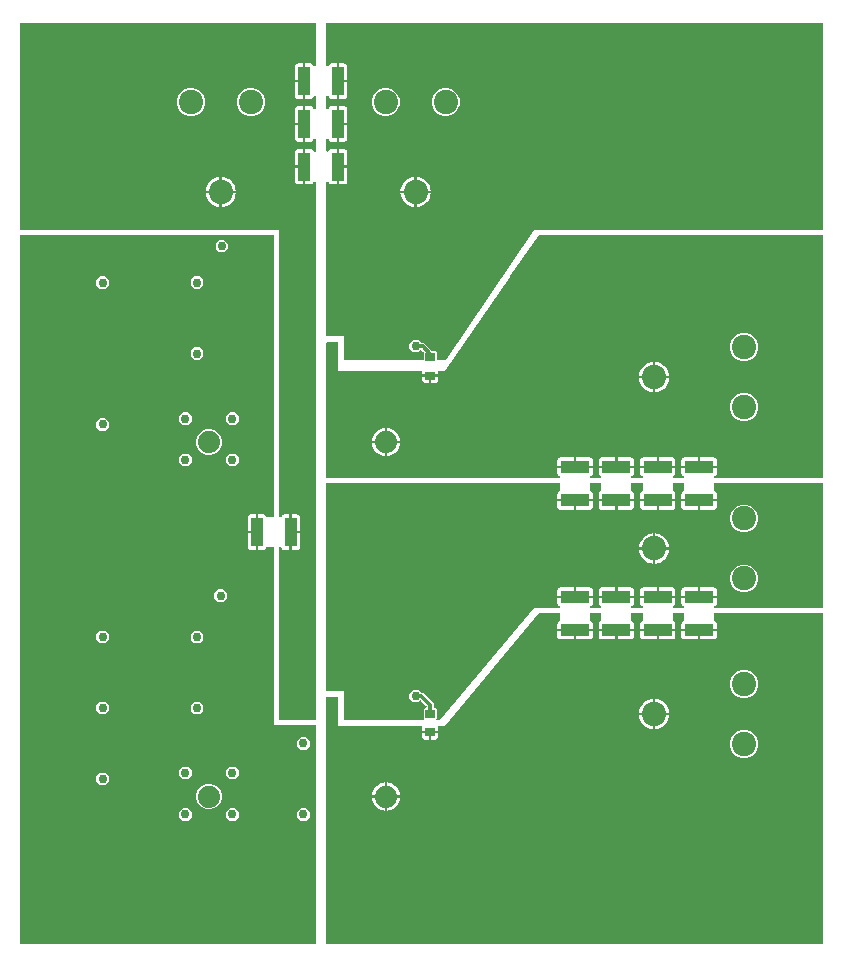
<source format=gbr>
G04 EAGLE Gerber RS-274X export*
G75*
%MOMM*%
%FSLAX34Y34*%
%LPD*%
%INBottom Copper*%
%IPPOS*%
%AMOC8*
5,1,8,0,0,1.08239X$1,22.5*%
G01*
%ADD10R,1.061200X2.489200*%
%ADD11R,0.812800X0.756400*%
%ADD12C,2.057400*%
%ADD13C,1.879600*%
%ADD14R,2.489200X1.061200*%
%ADD15C,0.756400*%
%ADD16C,0.300000*%

G36*
X250008Y10162D02*
X250008Y10162D01*
X250017Y10161D01*
X250105Y10182D01*
X250195Y10200D01*
X250202Y10205D01*
X250210Y10207D01*
X250283Y10261D01*
X250359Y10313D01*
X250363Y10320D01*
X250370Y10325D01*
X250417Y10403D01*
X250466Y10480D01*
X250467Y10489D01*
X250472Y10496D01*
X250499Y10660D01*
X250499Y195000D01*
X250498Y195008D01*
X250499Y195017D01*
X250478Y195105D01*
X250460Y195195D01*
X250455Y195202D01*
X250453Y195210D01*
X250399Y195283D01*
X250347Y195359D01*
X250340Y195363D01*
X250335Y195370D01*
X250257Y195417D01*
X250180Y195466D01*
X250171Y195467D01*
X250164Y195472D01*
X250000Y195499D01*
X215499Y195499D01*
X215499Y345600D01*
X215498Y345608D01*
X215499Y345617D01*
X215478Y345705D01*
X215460Y345795D01*
X215455Y345802D01*
X215453Y345810D01*
X215399Y345883D01*
X215347Y345959D01*
X215340Y345963D01*
X215335Y345970D01*
X215257Y346017D01*
X215180Y346066D01*
X215171Y346067D01*
X215164Y346072D01*
X215000Y346099D01*
X209055Y346099D01*
X209013Y346091D01*
X208970Y346092D01*
X208916Y346071D01*
X208860Y346060D01*
X208825Y346035D01*
X208784Y346019D01*
X208744Y345979D01*
X208696Y345947D01*
X208673Y345911D01*
X208642Y345881D01*
X208613Y345816D01*
X208589Y345780D01*
X208585Y345757D01*
X208573Y345729D01*
X208478Y345373D01*
X208143Y344794D01*
X207670Y344321D01*
X207091Y343986D01*
X206444Y343813D01*
X201803Y343813D01*
X201803Y358300D01*
X201801Y358308D01*
X201803Y358316D01*
X201782Y358405D01*
X201764Y358495D01*
X201759Y358502D01*
X201757Y358510D01*
X201703Y358583D01*
X201651Y358659D01*
X201644Y358663D01*
X201639Y358670D01*
X201561Y358716D01*
X201483Y358766D01*
X201475Y358767D01*
X201468Y358771D01*
X201304Y358799D01*
X200803Y358799D01*
X200803Y358801D01*
X201304Y358801D01*
X201312Y358803D01*
X201320Y358801D01*
X201409Y358822D01*
X201499Y358840D01*
X201506Y358845D01*
X201514Y358847D01*
X201587Y358901D01*
X201663Y358953D01*
X201667Y358960D01*
X201674Y358965D01*
X201720Y359043D01*
X201770Y359121D01*
X201771Y359129D01*
X201775Y359136D01*
X201803Y359300D01*
X201803Y373787D01*
X206444Y373787D01*
X207091Y373614D01*
X207670Y373279D01*
X208143Y372806D01*
X208478Y372227D01*
X208573Y371871D01*
X208592Y371832D01*
X208602Y371790D01*
X208636Y371744D01*
X208662Y371693D01*
X208695Y371665D01*
X208720Y371630D01*
X208769Y371601D01*
X208813Y371564D01*
X208854Y371551D01*
X208891Y371528D01*
X208961Y371517D01*
X209002Y371504D01*
X209026Y371506D01*
X209055Y371501D01*
X215000Y371501D01*
X215008Y371502D01*
X215017Y371501D01*
X215105Y371522D01*
X215195Y371540D01*
X215202Y371545D01*
X215210Y371547D01*
X215283Y371601D01*
X215359Y371653D01*
X215363Y371660D01*
X215370Y371665D01*
X215417Y371743D01*
X215466Y371820D01*
X215467Y371829D01*
X215472Y371836D01*
X215499Y372000D01*
X215499Y610000D01*
X215498Y610008D01*
X215499Y610017D01*
X215478Y610105D01*
X215460Y610195D01*
X215455Y610202D01*
X215453Y610210D01*
X215399Y610283D01*
X215347Y610359D01*
X215340Y610363D01*
X215335Y610370D01*
X215257Y610417D01*
X215180Y610466D01*
X215171Y610467D01*
X215164Y610472D01*
X215000Y610499D01*
X660Y610499D01*
X652Y610498D01*
X643Y610499D01*
X555Y610478D01*
X465Y610460D01*
X458Y610455D01*
X450Y610453D01*
X377Y610399D01*
X301Y610347D01*
X297Y610340D01*
X290Y610335D01*
X243Y610257D01*
X194Y610180D01*
X193Y610171D01*
X188Y610164D01*
X161Y610000D01*
X161Y10660D01*
X162Y10652D01*
X161Y10643D01*
X182Y10555D01*
X200Y10465D01*
X205Y10458D01*
X207Y10450D01*
X261Y10377D01*
X313Y10301D01*
X320Y10297D01*
X325Y10290D01*
X403Y10243D01*
X480Y10194D01*
X489Y10193D01*
X496Y10188D01*
X660Y10161D01*
X250000Y10161D01*
X250008Y10162D01*
G37*
G36*
X679348Y10162D02*
X679348Y10162D01*
X679357Y10161D01*
X679445Y10182D01*
X679535Y10200D01*
X679542Y10205D01*
X679550Y10207D01*
X679623Y10261D01*
X679699Y10313D01*
X679703Y10320D01*
X679710Y10325D01*
X679757Y10403D01*
X679806Y10480D01*
X679807Y10489D01*
X679812Y10496D01*
X679839Y10660D01*
X679839Y290000D01*
X679838Y290008D01*
X679839Y290017D01*
X679818Y290105D01*
X679800Y290195D01*
X679795Y290202D01*
X679793Y290210D01*
X679739Y290283D01*
X679687Y290359D01*
X679680Y290363D01*
X679675Y290370D01*
X679597Y290417D01*
X679520Y290466D01*
X679511Y290467D01*
X679504Y290472D01*
X679340Y290499D01*
X588200Y290499D01*
X588192Y290498D01*
X588183Y290499D01*
X588095Y290478D01*
X588005Y290460D01*
X587998Y290455D01*
X587990Y290453D01*
X587917Y290399D01*
X587841Y290347D01*
X587837Y290340D01*
X587830Y290335D01*
X587783Y290257D01*
X587734Y290180D01*
X587733Y290171D01*
X587728Y290164D01*
X587701Y290000D01*
X587701Y284055D01*
X587709Y284013D01*
X587708Y283970D01*
X587729Y283916D01*
X587740Y283860D01*
X587765Y283825D01*
X587781Y283784D01*
X587821Y283744D01*
X587853Y283696D01*
X587889Y283673D01*
X587919Y283642D01*
X587984Y283613D01*
X588020Y283589D01*
X588043Y283585D01*
X588071Y283573D01*
X588427Y283478D01*
X589006Y283143D01*
X589479Y282670D01*
X589814Y282091D01*
X589987Y281444D01*
X589987Y276803D01*
X575500Y276803D01*
X575492Y276801D01*
X575484Y276803D01*
X575395Y276782D01*
X575305Y276764D01*
X575298Y276759D01*
X575290Y276757D01*
X575217Y276703D01*
X575141Y276651D01*
X575137Y276644D01*
X575130Y276639D01*
X575084Y276561D01*
X575034Y276483D01*
X575033Y276475D01*
X575029Y276468D01*
X575001Y276304D01*
X575001Y275803D01*
X574999Y275803D01*
X574999Y276304D01*
X574997Y276312D01*
X574999Y276320D01*
X574978Y276409D01*
X574960Y276499D01*
X574955Y276506D01*
X574953Y276514D01*
X574899Y276587D01*
X574847Y276663D01*
X574840Y276667D01*
X574835Y276674D01*
X574757Y276720D01*
X574679Y276770D01*
X574671Y276771D01*
X574664Y276775D01*
X574500Y276803D01*
X560013Y276803D01*
X560013Y281444D01*
X560186Y282091D01*
X560521Y282670D01*
X560994Y283143D01*
X561573Y283478D01*
X561929Y283573D01*
X561968Y283592D01*
X562010Y283602D01*
X562056Y283636D01*
X562107Y283662D01*
X562135Y283695D01*
X562170Y283720D01*
X562199Y283769D01*
X562236Y283813D01*
X562250Y283854D01*
X562272Y283891D01*
X562283Y283961D01*
X562296Y284002D01*
X562294Y284026D01*
X562299Y284055D01*
X562299Y290000D01*
X562298Y290008D01*
X562299Y290017D01*
X562278Y290105D01*
X562260Y290195D01*
X562255Y290202D01*
X562253Y290210D01*
X562199Y290283D01*
X562147Y290359D01*
X562140Y290363D01*
X562135Y290370D01*
X562057Y290417D01*
X561980Y290466D01*
X561971Y290467D01*
X561964Y290472D01*
X561800Y290499D01*
X553200Y290499D01*
X553192Y290498D01*
X553183Y290499D01*
X553095Y290478D01*
X553005Y290460D01*
X552998Y290455D01*
X552990Y290453D01*
X552917Y290399D01*
X552841Y290347D01*
X552837Y290340D01*
X552830Y290335D01*
X552783Y290257D01*
X552734Y290180D01*
X552733Y290171D01*
X552728Y290164D01*
X552701Y290000D01*
X552701Y284055D01*
X552709Y284013D01*
X552708Y283970D01*
X552729Y283916D01*
X552740Y283860D01*
X552765Y283825D01*
X552781Y283784D01*
X552821Y283744D01*
X552853Y283696D01*
X552889Y283673D01*
X552919Y283642D01*
X552984Y283613D01*
X553020Y283589D01*
X553043Y283585D01*
X553071Y283573D01*
X553427Y283478D01*
X554006Y283143D01*
X554479Y282670D01*
X554814Y282091D01*
X554987Y281444D01*
X554987Y276803D01*
X540500Y276803D01*
X540492Y276801D01*
X540484Y276803D01*
X540395Y276782D01*
X540305Y276764D01*
X540298Y276759D01*
X540290Y276757D01*
X540217Y276703D01*
X540141Y276651D01*
X540137Y276644D01*
X540130Y276639D01*
X540084Y276561D01*
X540034Y276483D01*
X540033Y276475D01*
X540029Y276468D01*
X540001Y276304D01*
X540001Y275803D01*
X539999Y275803D01*
X539999Y276304D01*
X539997Y276312D01*
X539999Y276320D01*
X539978Y276409D01*
X539960Y276499D01*
X539955Y276506D01*
X539953Y276514D01*
X539899Y276587D01*
X539847Y276663D01*
X539840Y276667D01*
X539835Y276674D01*
X539757Y276720D01*
X539679Y276770D01*
X539671Y276771D01*
X539664Y276775D01*
X539500Y276803D01*
X525013Y276803D01*
X525013Y281444D01*
X525186Y282091D01*
X525521Y282670D01*
X525994Y283143D01*
X526573Y283478D01*
X526929Y283573D01*
X526968Y283592D01*
X527010Y283602D01*
X527056Y283636D01*
X527107Y283662D01*
X527135Y283695D01*
X527170Y283720D01*
X527199Y283769D01*
X527236Y283813D01*
X527250Y283854D01*
X527272Y283891D01*
X527283Y283961D01*
X527296Y284002D01*
X527294Y284026D01*
X527299Y284055D01*
X527299Y290000D01*
X527298Y290008D01*
X527299Y290017D01*
X527278Y290105D01*
X527260Y290195D01*
X527255Y290202D01*
X527253Y290210D01*
X527199Y290283D01*
X527147Y290359D01*
X527140Y290363D01*
X527135Y290370D01*
X527057Y290417D01*
X526980Y290466D01*
X526971Y290467D01*
X526964Y290472D01*
X526800Y290499D01*
X518200Y290499D01*
X518192Y290498D01*
X518183Y290499D01*
X518095Y290478D01*
X518005Y290460D01*
X517998Y290455D01*
X517990Y290453D01*
X517917Y290399D01*
X517841Y290347D01*
X517837Y290340D01*
X517830Y290335D01*
X517783Y290257D01*
X517734Y290180D01*
X517733Y290171D01*
X517728Y290164D01*
X517701Y290000D01*
X517701Y284055D01*
X517709Y284013D01*
X517708Y283970D01*
X517729Y283916D01*
X517740Y283860D01*
X517765Y283825D01*
X517781Y283784D01*
X517821Y283744D01*
X517853Y283696D01*
X517889Y283673D01*
X517919Y283642D01*
X517984Y283613D01*
X518020Y283589D01*
X518043Y283585D01*
X518071Y283573D01*
X518427Y283478D01*
X519006Y283143D01*
X519479Y282670D01*
X519814Y282091D01*
X519987Y281444D01*
X519987Y276803D01*
X505500Y276803D01*
X505492Y276801D01*
X505484Y276803D01*
X505395Y276782D01*
X505305Y276764D01*
X505298Y276759D01*
X505290Y276757D01*
X505217Y276703D01*
X505141Y276651D01*
X505137Y276644D01*
X505130Y276639D01*
X505084Y276561D01*
X505034Y276483D01*
X505033Y276475D01*
X505029Y276468D01*
X505001Y276304D01*
X505001Y275803D01*
X504999Y275803D01*
X504999Y276304D01*
X504997Y276312D01*
X504999Y276320D01*
X504978Y276409D01*
X504960Y276499D01*
X504955Y276506D01*
X504953Y276514D01*
X504899Y276587D01*
X504847Y276663D01*
X504840Y276667D01*
X504835Y276674D01*
X504757Y276720D01*
X504679Y276770D01*
X504671Y276771D01*
X504664Y276775D01*
X504500Y276803D01*
X490013Y276803D01*
X490013Y281444D01*
X490186Y282091D01*
X490521Y282670D01*
X490994Y283143D01*
X491573Y283478D01*
X491929Y283573D01*
X491968Y283592D01*
X492010Y283602D01*
X492056Y283636D01*
X492107Y283662D01*
X492135Y283695D01*
X492170Y283720D01*
X492199Y283769D01*
X492236Y283813D01*
X492250Y283854D01*
X492272Y283891D01*
X492283Y283961D01*
X492296Y284002D01*
X492294Y284026D01*
X492299Y284055D01*
X492299Y290000D01*
X492298Y290008D01*
X492299Y290017D01*
X492278Y290105D01*
X492260Y290195D01*
X492255Y290202D01*
X492253Y290210D01*
X492199Y290283D01*
X492147Y290359D01*
X492140Y290363D01*
X492135Y290370D01*
X492057Y290417D01*
X491980Y290466D01*
X491971Y290467D01*
X491964Y290472D01*
X491800Y290499D01*
X483200Y290499D01*
X483192Y290498D01*
X483183Y290499D01*
X483095Y290478D01*
X483005Y290460D01*
X482998Y290455D01*
X482990Y290453D01*
X482917Y290399D01*
X482841Y290347D01*
X482837Y290340D01*
X482830Y290335D01*
X482783Y290257D01*
X482734Y290180D01*
X482733Y290171D01*
X482728Y290164D01*
X482701Y290000D01*
X482701Y284055D01*
X482709Y284013D01*
X482708Y283970D01*
X482729Y283916D01*
X482740Y283860D01*
X482765Y283825D01*
X482781Y283784D01*
X482821Y283743D01*
X482853Y283696D01*
X482889Y283673D01*
X482920Y283642D01*
X482984Y283613D01*
X483020Y283589D01*
X483043Y283585D01*
X483071Y283573D01*
X483427Y283478D01*
X484006Y283143D01*
X484479Y282670D01*
X484814Y282091D01*
X484987Y281444D01*
X484987Y276803D01*
X470500Y276803D01*
X470492Y276801D01*
X470484Y276803D01*
X470395Y276782D01*
X470305Y276764D01*
X470298Y276759D01*
X470290Y276757D01*
X470217Y276703D01*
X470141Y276651D01*
X470137Y276644D01*
X470130Y276639D01*
X470084Y276561D01*
X470034Y276483D01*
X470033Y276475D01*
X470029Y276468D01*
X470001Y276304D01*
X470001Y275803D01*
X469999Y275803D01*
X469999Y276304D01*
X469997Y276312D01*
X469999Y276320D01*
X469978Y276409D01*
X469960Y276499D01*
X469955Y276506D01*
X469953Y276514D01*
X469899Y276587D01*
X469847Y276663D01*
X469840Y276667D01*
X469835Y276674D01*
X469757Y276720D01*
X469679Y276770D01*
X469671Y276771D01*
X469664Y276775D01*
X469500Y276803D01*
X455013Y276803D01*
X455013Y281444D01*
X455186Y282091D01*
X455521Y282670D01*
X455994Y283143D01*
X456573Y283478D01*
X456929Y283573D01*
X456968Y283592D01*
X457010Y283602D01*
X457056Y283636D01*
X457107Y283662D01*
X457135Y283695D01*
X457170Y283720D01*
X457199Y283769D01*
X457236Y283813D01*
X457249Y283854D01*
X457272Y283891D01*
X457283Y283961D01*
X457296Y284002D01*
X457294Y284026D01*
X457299Y284055D01*
X457299Y290000D01*
X457298Y290008D01*
X457299Y290017D01*
X457278Y290105D01*
X457260Y290195D01*
X457255Y290202D01*
X457253Y290210D01*
X457199Y290283D01*
X457147Y290359D01*
X457140Y290363D01*
X457135Y290370D01*
X457057Y290417D01*
X456980Y290466D01*
X456971Y290467D01*
X456964Y290472D01*
X456800Y290499D01*
X440000Y290499D01*
X439965Y290492D01*
X439930Y290494D01*
X439869Y290473D01*
X439805Y290460D01*
X439776Y290440D01*
X439743Y290428D01*
X439678Y290373D01*
X439641Y290347D01*
X439632Y290333D01*
X439616Y290320D01*
X359766Y194499D01*
X354427Y194499D01*
X354355Y194485D01*
X354282Y194478D01*
X354259Y194465D01*
X354232Y194460D01*
X354172Y194418D01*
X354107Y194383D01*
X354090Y194362D01*
X354068Y194347D01*
X354029Y194285D01*
X353983Y194228D01*
X353976Y194202D01*
X353961Y194180D01*
X353949Y194107D01*
X353929Y194036D01*
X353932Y194007D01*
X353928Y193983D01*
X353938Y193941D01*
X353945Y193871D01*
X354005Y193647D01*
X354005Y190530D01*
X347900Y190530D01*
X347892Y190528D01*
X347884Y190530D01*
X347795Y190509D01*
X347705Y190491D01*
X347698Y190486D01*
X347690Y190484D01*
X347617Y190430D01*
X347541Y190378D01*
X347537Y190371D01*
X347530Y190366D01*
X347484Y190288D01*
X347434Y190210D01*
X347433Y190202D01*
X347429Y190195D01*
X347401Y190031D01*
X347401Y189530D01*
X347399Y189530D01*
X347399Y190031D01*
X347397Y190039D01*
X347399Y190047D01*
X347378Y190136D01*
X347360Y190226D01*
X347355Y190233D01*
X347353Y190241D01*
X347299Y190314D01*
X347247Y190390D01*
X347240Y190394D01*
X347235Y190401D01*
X347157Y190447D01*
X347079Y190497D01*
X347071Y190498D01*
X347064Y190502D01*
X346900Y190530D01*
X340795Y190530D01*
X340795Y193647D01*
X340855Y193871D01*
X340860Y193944D01*
X340872Y194017D01*
X340866Y194042D01*
X340867Y194069D01*
X340843Y194139D01*
X340826Y194210D01*
X340810Y194231D01*
X340801Y194257D01*
X340751Y194311D01*
X340708Y194370D01*
X340685Y194384D01*
X340667Y194404D01*
X340600Y194434D01*
X340537Y194472D01*
X340507Y194477D01*
X340486Y194486D01*
X340442Y194487D01*
X340373Y194499D01*
X269499Y194499D01*
X269499Y219000D01*
X269498Y219008D01*
X269499Y219017D01*
X269478Y219105D01*
X269460Y219195D01*
X269455Y219202D01*
X269453Y219210D01*
X269399Y219283D01*
X269347Y219359D01*
X269340Y219363D01*
X269335Y219370D01*
X269257Y219417D01*
X269180Y219466D01*
X269171Y219467D01*
X269164Y219472D01*
X269000Y219499D01*
X260000Y219499D01*
X259992Y219498D01*
X259983Y219499D01*
X259895Y219478D01*
X259805Y219460D01*
X259798Y219455D01*
X259790Y219453D01*
X259717Y219399D01*
X259641Y219347D01*
X259637Y219340D01*
X259630Y219335D01*
X259583Y219257D01*
X259534Y219180D01*
X259533Y219171D01*
X259528Y219164D01*
X259501Y219000D01*
X259501Y10660D01*
X259502Y10652D01*
X259501Y10643D01*
X259522Y10555D01*
X259540Y10465D01*
X259545Y10458D01*
X259547Y10450D01*
X259601Y10377D01*
X259653Y10301D01*
X259660Y10297D01*
X259665Y10290D01*
X259743Y10243D01*
X259820Y10194D01*
X259829Y10193D01*
X259836Y10188D01*
X260000Y10161D01*
X679340Y10161D01*
X679348Y10162D01*
G37*
G36*
X341320Y504502D02*
X341320Y504502D01*
X341329Y504501D01*
X341417Y504522D01*
X341507Y504540D01*
X341514Y504545D01*
X341522Y504547D01*
X341595Y504601D01*
X341671Y504653D01*
X341675Y504660D01*
X341682Y504665D01*
X341729Y504743D01*
X341778Y504820D01*
X341779Y504829D01*
X341784Y504836D01*
X341811Y505000D01*
X341811Y511004D01*
X341811Y511007D01*
X341811Y511008D01*
X341809Y511017D01*
X341811Y511029D01*
X341789Y511113D01*
X341772Y511199D01*
X341765Y511210D01*
X341761Y511222D01*
X341665Y511357D01*
X339967Y513056D01*
X339960Y513060D01*
X339955Y513067D01*
X339877Y513115D01*
X339801Y513166D01*
X339793Y513167D01*
X339785Y513171D01*
X339696Y513185D01*
X339605Y513202D01*
X339597Y513200D01*
X339589Y513201D01*
X339501Y513179D01*
X339411Y513159D01*
X339404Y513154D01*
X339396Y513152D01*
X339261Y513056D01*
X337198Y510993D01*
X332802Y510993D01*
X329693Y514102D01*
X329693Y518498D01*
X332802Y521607D01*
X337198Y521607D01*
X339334Y519471D01*
X339344Y519464D01*
X339352Y519454D01*
X339427Y519409D01*
X339500Y519361D01*
X339512Y519359D01*
X339523Y519352D01*
X339687Y519325D01*
X342253Y519325D01*
X349306Y512272D01*
X349316Y512265D01*
X349324Y512255D01*
X349399Y512210D01*
X349471Y512162D01*
X349484Y512160D01*
X349495Y512153D01*
X349659Y512126D01*
X352096Y512126D01*
X352989Y511233D01*
X352989Y505000D01*
X352990Y504992D01*
X352989Y504983D01*
X353010Y504895D01*
X353028Y504805D01*
X353033Y504798D01*
X353035Y504790D01*
X353089Y504717D01*
X353141Y504641D01*
X353148Y504637D01*
X353153Y504630D01*
X353231Y504583D01*
X353308Y504534D01*
X353317Y504533D01*
X353324Y504528D01*
X353488Y504501D01*
X360000Y504501D01*
X360058Y504513D01*
X360117Y504515D01*
X360154Y504532D01*
X360195Y504540D01*
X360244Y504574D01*
X360297Y504599D01*
X360330Y504633D01*
X360359Y504653D01*
X360378Y504683D01*
X360413Y504719D01*
X435264Y614501D01*
X679340Y614501D01*
X679348Y614502D01*
X679357Y614501D01*
X679445Y614522D01*
X679535Y614540D01*
X679542Y614545D01*
X679550Y614547D01*
X679623Y614601D01*
X679699Y614653D01*
X679703Y614660D01*
X679710Y614665D01*
X679757Y614743D01*
X679806Y614820D01*
X679807Y614829D01*
X679812Y614836D01*
X679839Y615000D01*
X679839Y789340D01*
X679838Y789348D01*
X679839Y789357D01*
X679818Y789445D01*
X679800Y789535D01*
X679795Y789542D01*
X679793Y789550D01*
X679739Y789623D01*
X679687Y789699D01*
X679680Y789703D01*
X679675Y789710D01*
X679597Y789757D01*
X679520Y789806D01*
X679511Y789807D01*
X679504Y789812D01*
X679340Y789839D01*
X260000Y789839D01*
X259992Y789838D01*
X259983Y789839D01*
X259895Y789818D01*
X259805Y789800D01*
X259798Y789795D01*
X259790Y789793D01*
X259717Y789739D01*
X259641Y789687D01*
X259637Y789680D01*
X259630Y789675D01*
X259583Y789597D01*
X259534Y789520D01*
X259533Y789511D01*
X259528Y789504D01*
X259501Y789340D01*
X259501Y753900D01*
X259502Y753892D01*
X259501Y753883D01*
X259522Y753795D01*
X259540Y753705D01*
X259545Y753698D01*
X259547Y753690D01*
X259601Y753617D01*
X259653Y753541D01*
X259660Y753537D01*
X259665Y753530D01*
X259743Y753483D01*
X259820Y753434D01*
X259829Y753433D01*
X259836Y753428D01*
X260000Y753401D01*
X260945Y753401D01*
X260987Y753409D01*
X261030Y753408D01*
X261084Y753429D01*
X261140Y753440D01*
X261175Y753465D01*
X261216Y753481D01*
X261256Y753521D01*
X261304Y753553D01*
X261327Y753589D01*
X261358Y753619D01*
X261387Y753684D01*
X261411Y753720D01*
X261415Y753743D01*
X261427Y753771D01*
X261522Y754127D01*
X261857Y754706D01*
X262330Y755179D01*
X262909Y755514D01*
X263556Y755687D01*
X268197Y755687D01*
X268197Y741200D01*
X268198Y741192D01*
X268197Y741184D01*
X268218Y741095D01*
X268236Y741005D01*
X268241Y740998D01*
X268243Y740990D01*
X268297Y740917D01*
X268349Y740841D01*
X268356Y740837D01*
X268361Y740830D01*
X268439Y740784D01*
X268516Y740734D01*
X268525Y740733D01*
X268532Y740729D01*
X268696Y740701D01*
X269197Y740701D01*
X269197Y740699D01*
X268696Y740699D01*
X268688Y740697D01*
X268680Y740699D01*
X268591Y740678D01*
X268501Y740660D01*
X268494Y740655D01*
X268486Y740653D01*
X268413Y740599D01*
X268337Y740547D01*
X268333Y740540D01*
X268326Y740535D01*
X268280Y740457D01*
X268230Y740379D01*
X268229Y740371D01*
X268225Y740364D01*
X268197Y740200D01*
X268197Y725713D01*
X263556Y725713D01*
X262909Y725886D01*
X262330Y726221D01*
X261857Y726694D01*
X261522Y727273D01*
X261427Y727629D01*
X261408Y727668D01*
X261398Y727710D01*
X261364Y727756D01*
X261338Y727807D01*
X261305Y727835D01*
X261280Y727870D01*
X261231Y727899D01*
X261187Y727936D01*
X261146Y727949D01*
X261109Y727972D01*
X261039Y727983D01*
X260998Y727996D01*
X260974Y727994D01*
X260945Y727999D01*
X260000Y727999D01*
X259992Y727998D01*
X259983Y727999D01*
X259895Y727978D01*
X259805Y727960D01*
X259798Y727955D01*
X259790Y727953D01*
X259717Y727899D01*
X259641Y727847D01*
X259637Y727840D01*
X259630Y727835D01*
X259583Y727757D01*
X259534Y727680D01*
X259533Y727671D01*
X259528Y727664D01*
X259501Y727500D01*
X259501Y717700D01*
X259502Y717692D01*
X259501Y717683D01*
X259522Y717595D01*
X259540Y717505D01*
X259545Y717498D01*
X259547Y717490D01*
X259601Y717417D01*
X259653Y717341D01*
X259660Y717337D01*
X259665Y717330D01*
X259743Y717283D01*
X259820Y717234D01*
X259829Y717233D01*
X259836Y717228D01*
X260000Y717201D01*
X260945Y717201D01*
X260987Y717209D01*
X261030Y717208D01*
X261084Y717229D01*
X261140Y717240D01*
X261175Y717265D01*
X261216Y717281D01*
X261256Y717321D01*
X261304Y717353D01*
X261327Y717389D01*
X261358Y717419D01*
X261387Y717484D01*
X261411Y717520D01*
X261415Y717543D01*
X261427Y717571D01*
X261522Y717927D01*
X261857Y718506D01*
X262330Y718979D01*
X262909Y719314D01*
X263556Y719487D01*
X268197Y719487D01*
X268197Y705000D01*
X268198Y704992D01*
X268197Y704984D01*
X268218Y704895D01*
X268236Y704805D01*
X268241Y704798D01*
X268243Y704790D01*
X268297Y704717D01*
X268349Y704641D01*
X268356Y704637D01*
X268361Y704630D01*
X268439Y704584D01*
X268516Y704534D01*
X268525Y704533D01*
X268532Y704529D01*
X268696Y704501D01*
X269197Y704501D01*
X269197Y704499D01*
X268696Y704499D01*
X268688Y704497D01*
X268680Y704499D01*
X268591Y704478D01*
X268501Y704460D01*
X268494Y704455D01*
X268486Y704453D01*
X268413Y704399D01*
X268337Y704347D01*
X268333Y704340D01*
X268326Y704335D01*
X268280Y704257D01*
X268230Y704179D01*
X268229Y704171D01*
X268225Y704164D01*
X268197Y704000D01*
X268197Y689513D01*
X263556Y689513D01*
X262909Y689686D01*
X262330Y690021D01*
X261857Y690494D01*
X261522Y691073D01*
X261427Y691429D01*
X261408Y691468D01*
X261398Y691510D01*
X261364Y691556D01*
X261338Y691607D01*
X261305Y691635D01*
X261280Y691670D01*
X261231Y691699D01*
X261187Y691736D01*
X261146Y691750D01*
X261109Y691772D01*
X261039Y691783D01*
X260998Y691796D01*
X260974Y691794D01*
X260945Y691799D01*
X260000Y691799D01*
X259992Y691798D01*
X259983Y691799D01*
X259895Y691778D01*
X259805Y691760D01*
X259798Y691755D01*
X259790Y691753D01*
X259717Y691699D01*
X259641Y691647D01*
X259637Y691640D01*
X259630Y691635D01*
X259583Y691557D01*
X259534Y691480D01*
X259533Y691471D01*
X259528Y691464D01*
X259501Y691300D01*
X259501Y681500D01*
X259502Y681492D01*
X259501Y681483D01*
X259522Y681395D01*
X259540Y681305D01*
X259545Y681298D01*
X259547Y681290D01*
X259601Y681217D01*
X259653Y681141D01*
X259660Y681137D01*
X259665Y681130D01*
X259743Y681083D01*
X259820Y681034D01*
X259829Y681033D01*
X259836Y681028D01*
X260000Y681001D01*
X260945Y681001D01*
X260987Y681009D01*
X261030Y681008D01*
X261084Y681029D01*
X261140Y681040D01*
X261175Y681065D01*
X261216Y681081D01*
X261256Y681121D01*
X261304Y681153D01*
X261327Y681189D01*
X261358Y681219D01*
X261387Y681284D01*
X261411Y681320D01*
X261415Y681343D01*
X261427Y681371D01*
X261522Y681727D01*
X261857Y682306D01*
X262330Y682779D01*
X262909Y683114D01*
X263556Y683287D01*
X268197Y683287D01*
X268197Y668800D01*
X268198Y668792D01*
X268197Y668784D01*
X268218Y668695D01*
X268236Y668605D01*
X268241Y668598D01*
X268243Y668590D01*
X268297Y668517D01*
X268349Y668441D01*
X268356Y668437D01*
X268361Y668430D01*
X268439Y668384D01*
X268516Y668334D01*
X268525Y668333D01*
X268532Y668329D01*
X268696Y668301D01*
X269197Y668301D01*
X269197Y668299D01*
X268696Y668299D01*
X268688Y668297D01*
X268680Y668299D01*
X268591Y668278D01*
X268501Y668260D01*
X268494Y668255D01*
X268486Y668253D01*
X268413Y668199D01*
X268337Y668147D01*
X268333Y668140D01*
X268326Y668135D01*
X268280Y668057D01*
X268230Y667979D01*
X268229Y667971D01*
X268225Y667964D01*
X268197Y667800D01*
X268197Y653313D01*
X263556Y653313D01*
X262909Y653486D01*
X262330Y653821D01*
X261857Y654294D01*
X261522Y654873D01*
X261427Y655229D01*
X261408Y655268D01*
X261398Y655310D01*
X261364Y655356D01*
X261338Y655407D01*
X261305Y655435D01*
X261280Y655470D01*
X261231Y655499D01*
X261187Y655536D01*
X261146Y655550D01*
X261109Y655572D01*
X261039Y655583D01*
X260998Y655596D01*
X260974Y655594D01*
X260945Y655599D01*
X260000Y655599D01*
X259992Y655598D01*
X259983Y655599D01*
X259895Y655578D01*
X259805Y655560D01*
X259798Y655555D01*
X259790Y655553D01*
X259717Y655499D01*
X259641Y655447D01*
X259637Y655440D01*
X259630Y655435D01*
X259583Y655357D01*
X259534Y655280D01*
X259533Y655271D01*
X259528Y655264D01*
X259501Y655100D01*
X259501Y525000D01*
X259502Y524992D01*
X259501Y524983D01*
X259522Y524895D01*
X259540Y524805D01*
X259545Y524798D01*
X259547Y524790D01*
X259601Y524717D01*
X259653Y524641D01*
X259660Y524637D01*
X259665Y524630D01*
X259743Y524583D01*
X259820Y524534D01*
X259829Y524533D01*
X259836Y524528D01*
X260000Y524501D01*
X274501Y524501D01*
X274501Y505000D01*
X274502Y504992D01*
X274501Y504983D01*
X274522Y504895D01*
X274540Y504805D01*
X274545Y504798D01*
X274547Y504790D01*
X274601Y504717D01*
X274653Y504641D01*
X274660Y504637D01*
X274665Y504630D01*
X274743Y504583D01*
X274820Y504534D01*
X274829Y504533D01*
X274836Y504528D01*
X275000Y504501D01*
X341312Y504501D01*
X341320Y504502D01*
G37*
G36*
X456808Y404502D02*
X456808Y404502D01*
X456817Y404501D01*
X456905Y404522D01*
X456995Y404540D01*
X457002Y404545D01*
X457010Y404547D01*
X457083Y404601D01*
X457159Y404653D01*
X457163Y404660D01*
X457170Y404665D01*
X457217Y404743D01*
X457266Y404820D01*
X457267Y404829D01*
X457272Y404836D01*
X457299Y405000D01*
X457299Y405945D01*
X457291Y405987D01*
X457292Y406030D01*
X457271Y406084D01*
X457260Y406140D01*
X457235Y406175D01*
X457219Y406216D01*
X457179Y406256D01*
X457147Y406304D01*
X457111Y406327D01*
X457081Y406358D01*
X457016Y406387D01*
X456980Y406411D01*
X456957Y406415D01*
X456929Y406427D01*
X456573Y406522D01*
X455994Y406857D01*
X455521Y407330D01*
X455186Y407909D01*
X455013Y408556D01*
X455013Y413197D01*
X469500Y413197D01*
X469508Y413198D01*
X469516Y413197D01*
X469605Y413218D01*
X469695Y413236D01*
X469702Y413241D01*
X469710Y413243D01*
X469783Y413297D01*
X469859Y413349D01*
X469863Y413356D01*
X469870Y413361D01*
X469916Y413439D01*
X469966Y413516D01*
X469967Y413525D01*
X469971Y413532D01*
X469999Y413696D01*
X469999Y414197D01*
X470001Y414197D01*
X470001Y413696D01*
X470003Y413688D01*
X470001Y413680D01*
X470022Y413591D01*
X470040Y413501D01*
X470045Y413494D01*
X470047Y413486D01*
X470101Y413413D01*
X470153Y413337D01*
X470160Y413333D01*
X470165Y413326D01*
X470243Y413280D01*
X470321Y413230D01*
X470329Y413229D01*
X470336Y413225D01*
X470500Y413197D01*
X484987Y413197D01*
X484987Y408556D01*
X484814Y407909D01*
X484479Y407330D01*
X484006Y406857D01*
X483427Y406522D01*
X483071Y406427D01*
X483032Y406408D01*
X482990Y406398D01*
X482944Y406364D01*
X482893Y406338D01*
X482865Y406305D01*
X482830Y406280D01*
X482801Y406231D01*
X482764Y406187D01*
X482750Y406146D01*
X482728Y406109D01*
X482717Y406039D01*
X482704Y405998D01*
X482706Y405974D01*
X482701Y405945D01*
X482701Y405000D01*
X482702Y404992D01*
X482701Y404983D01*
X482722Y404895D01*
X482740Y404805D01*
X482745Y404798D01*
X482747Y404790D01*
X482801Y404717D01*
X482853Y404641D01*
X482860Y404637D01*
X482865Y404630D01*
X482943Y404583D01*
X483020Y404534D01*
X483029Y404533D01*
X483036Y404528D01*
X483200Y404501D01*
X491800Y404501D01*
X491808Y404502D01*
X491817Y404501D01*
X491905Y404522D01*
X491995Y404540D01*
X492002Y404545D01*
X492010Y404547D01*
X492083Y404601D01*
X492159Y404653D01*
X492163Y404660D01*
X492170Y404665D01*
X492217Y404743D01*
X492266Y404820D01*
X492267Y404829D01*
X492272Y404836D01*
X492299Y405000D01*
X492299Y405945D01*
X492291Y405987D01*
X492292Y406030D01*
X492271Y406084D01*
X492260Y406140D01*
X492235Y406175D01*
X492219Y406216D01*
X492179Y406256D01*
X492147Y406304D01*
X492111Y406327D01*
X492081Y406358D01*
X492016Y406387D01*
X491980Y406411D01*
X491957Y406415D01*
X491929Y406427D01*
X491573Y406522D01*
X490994Y406857D01*
X490521Y407330D01*
X490186Y407909D01*
X490013Y408556D01*
X490013Y413197D01*
X504500Y413197D01*
X504508Y413198D01*
X504516Y413197D01*
X504605Y413218D01*
X504695Y413236D01*
X504702Y413241D01*
X504710Y413243D01*
X504783Y413297D01*
X504859Y413349D01*
X504863Y413356D01*
X504870Y413361D01*
X504916Y413439D01*
X504966Y413516D01*
X504967Y413525D01*
X504971Y413532D01*
X504999Y413696D01*
X504999Y414197D01*
X505001Y414197D01*
X505001Y413696D01*
X505003Y413688D01*
X505001Y413680D01*
X505022Y413591D01*
X505040Y413501D01*
X505045Y413494D01*
X505047Y413486D01*
X505101Y413413D01*
X505153Y413337D01*
X505160Y413333D01*
X505165Y413326D01*
X505243Y413280D01*
X505321Y413230D01*
X505329Y413229D01*
X505336Y413225D01*
X505500Y413197D01*
X519987Y413197D01*
X519987Y408556D01*
X519814Y407909D01*
X519479Y407330D01*
X519006Y406857D01*
X518427Y406522D01*
X518071Y406427D01*
X518032Y406408D01*
X517990Y406398D01*
X517944Y406364D01*
X517893Y406338D01*
X517865Y406305D01*
X517830Y406280D01*
X517801Y406231D01*
X517764Y406187D01*
X517750Y406146D01*
X517728Y406109D01*
X517717Y406039D01*
X517704Y405998D01*
X517706Y405974D01*
X517701Y405945D01*
X517701Y405000D01*
X517702Y404992D01*
X517701Y404983D01*
X517722Y404895D01*
X517740Y404805D01*
X517745Y404798D01*
X517747Y404790D01*
X517801Y404717D01*
X517853Y404641D01*
X517860Y404637D01*
X517865Y404630D01*
X517943Y404583D01*
X518020Y404534D01*
X518029Y404533D01*
X518036Y404528D01*
X518200Y404501D01*
X526800Y404501D01*
X526808Y404502D01*
X526817Y404501D01*
X526905Y404522D01*
X526995Y404540D01*
X527002Y404545D01*
X527010Y404547D01*
X527083Y404601D01*
X527159Y404653D01*
X527163Y404660D01*
X527170Y404665D01*
X527217Y404743D01*
X527266Y404820D01*
X527267Y404829D01*
X527272Y404836D01*
X527299Y405000D01*
X527299Y405945D01*
X527291Y405987D01*
X527292Y406030D01*
X527271Y406084D01*
X527260Y406140D01*
X527235Y406175D01*
X527219Y406216D01*
X527179Y406256D01*
X527147Y406304D01*
X527111Y406327D01*
X527081Y406358D01*
X527016Y406387D01*
X526980Y406411D01*
X526957Y406415D01*
X526929Y406427D01*
X526573Y406522D01*
X525994Y406857D01*
X525521Y407330D01*
X525186Y407909D01*
X525013Y408556D01*
X525013Y413197D01*
X539500Y413197D01*
X539508Y413198D01*
X539516Y413197D01*
X539605Y413218D01*
X539695Y413236D01*
X539702Y413241D01*
X539710Y413243D01*
X539783Y413297D01*
X539859Y413349D01*
X539863Y413356D01*
X539870Y413361D01*
X539916Y413439D01*
X539966Y413516D01*
X539967Y413525D01*
X539971Y413532D01*
X539999Y413696D01*
X539999Y414197D01*
X540001Y414197D01*
X540001Y413696D01*
X540003Y413688D01*
X540001Y413680D01*
X540022Y413591D01*
X540040Y413501D01*
X540045Y413494D01*
X540047Y413486D01*
X540101Y413413D01*
X540153Y413337D01*
X540160Y413333D01*
X540165Y413326D01*
X540243Y413280D01*
X540321Y413230D01*
X540329Y413229D01*
X540336Y413225D01*
X540500Y413197D01*
X554987Y413197D01*
X554987Y408556D01*
X554814Y407909D01*
X554479Y407330D01*
X554006Y406857D01*
X553427Y406522D01*
X553071Y406427D01*
X553032Y406408D01*
X552990Y406398D01*
X552944Y406364D01*
X552893Y406338D01*
X552865Y406305D01*
X552830Y406280D01*
X552801Y406231D01*
X552764Y406187D01*
X552750Y406146D01*
X552728Y406109D01*
X552717Y406039D01*
X552704Y405998D01*
X552706Y405974D01*
X552701Y405945D01*
X552701Y405000D01*
X552702Y404992D01*
X552701Y404983D01*
X552722Y404895D01*
X552740Y404805D01*
X552745Y404798D01*
X552747Y404790D01*
X552801Y404717D01*
X552853Y404641D01*
X552860Y404637D01*
X552865Y404630D01*
X552943Y404583D01*
X553020Y404534D01*
X553029Y404533D01*
X553036Y404528D01*
X553200Y404501D01*
X561800Y404501D01*
X561808Y404502D01*
X561817Y404501D01*
X561905Y404522D01*
X561995Y404540D01*
X562002Y404545D01*
X562010Y404547D01*
X562083Y404601D01*
X562159Y404653D01*
X562163Y404660D01*
X562170Y404665D01*
X562217Y404743D01*
X562266Y404820D01*
X562267Y404829D01*
X562272Y404836D01*
X562299Y405000D01*
X562299Y405945D01*
X562291Y405987D01*
X562292Y406030D01*
X562271Y406084D01*
X562260Y406140D01*
X562235Y406175D01*
X562219Y406216D01*
X562179Y406256D01*
X562147Y406304D01*
X562111Y406327D01*
X562081Y406358D01*
X562016Y406387D01*
X561980Y406411D01*
X561957Y406415D01*
X561929Y406427D01*
X561573Y406522D01*
X560994Y406857D01*
X560521Y407330D01*
X560186Y407909D01*
X560013Y408556D01*
X560013Y413197D01*
X574500Y413197D01*
X574508Y413198D01*
X574516Y413197D01*
X574605Y413218D01*
X574695Y413236D01*
X574702Y413241D01*
X574710Y413243D01*
X574783Y413297D01*
X574859Y413349D01*
X574863Y413356D01*
X574870Y413361D01*
X574916Y413439D01*
X574966Y413516D01*
X574967Y413525D01*
X574971Y413532D01*
X574999Y413696D01*
X574999Y414197D01*
X575001Y414197D01*
X575001Y413696D01*
X575003Y413688D01*
X575001Y413680D01*
X575022Y413591D01*
X575040Y413501D01*
X575045Y413494D01*
X575047Y413486D01*
X575101Y413413D01*
X575153Y413337D01*
X575160Y413333D01*
X575165Y413326D01*
X575243Y413280D01*
X575321Y413230D01*
X575329Y413229D01*
X575336Y413225D01*
X575500Y413197D01*
X589987Y413197D01*
X589987Y408556D01*
X589814Y407909D01*
X589479Y407330D01*
X589006Y406857D01*
X588427Y406522D01*
X588071Y406427D01*
X588032Y406408D01*
X587990Y406398D01*
X587944Y406364D01*
X587893Y406338D01*
X587865Y406305D01*
X587830Y406280D01*
X587801Y406231D01*
X587764Y406187D01*
X587750Y406146D01*
X587728Y406109D01*
X587717Y406039D01*
X587704Y405998D01*
X587706Y405974D01*
X587701Y405945D01*
X587701Y405000D01*
X587702Y404992D01*
X587701Y404983D01*
X587722Y404895D01*
X587740Y404805D01*
X587745Y404798D01*
X587747Y404790D01*
X587801Y404717D01*
X587853Y404641D01*
X587860Y404637D01*
X587865Y404630D01*
X587943Y404583D01*
X588020Y404534D01*
X588029Y404533D01*
X588036Y404528D01*
X588200Y404501D01*
X679340Y404501D01*
X679348Y404502D01*
X679357Y404501D01*
X679445Y404522D01*
X679535Y404540D01*
X679542Y404545D01*
X679550Y404547D01*
X679623Y404601D01*
X679699Y404653D01*
X679703Y404660D01*
X679710Y404665D01*
X679757Y404743D01*
X679806Y404820D01*
X679807Y404829D01*
X679812Y404836D01*
X679839Y405000D01*
X679839Y610000D01*
X679838Y610008D01*
X679839Y610017D01*
X679818Y610105D01*
X679800Y610195D01*
X679795Y610202D01*
X679793Y610210D01*
X679739Y610283D01*
X679687Y610359D01*
X679680Y610363D01*
X679675Y610370D01*
X679597Y610417D01*
X679520Y610466D01*
X679511Y610467D01*
X679504Y610472D01*
X679340Y610499D01*
X440000Y610499D01*
X439947Y610489D01*
X439894Y610488D01*
X439851Y610469D01*
X439805Y610460D01*
X439761Y610429D01*
X439712Y610408D01*
X439673Y610369D01*
X439641Y610347D01*
X439624Y610320D01*
X439594Y610290D01*
X414594Y575290D01*
X414592Y575286D01*
X414588Y575282D01*
X359737Y495249D01*
X354504Y495249D01*
X354496Y495248D01*
X354487Y495249D01*
X354399Y495228D01*
X354309Y495210D01*
X354302Y495205D01*
X354294Y495203D01*
X354221Y495149D01*
X354145Y495097D01*
X354141Y495090D01*
X354134Y495085D01*
X354087Y495007D01*
X354038Y494930D01*
X354037Y494921D01*
X354032Y494914D01*
X354005Y494750D01*
X354005Y492380D01*
X347900Y492380D01*
X347892Y492378D01*
X347884Y492380D01*
X347795Y492359D01*
X347705Y492341D01*
X347698Y492336D01*
X347690Y492334D01*
X347617Y492280D01*
X347541Y492228D01*
X347537Y492221D01*
X347530Y492216D01*
X347484Y492138D01*
X347434Y492060D01*
X347433Y492052D01*
X347429Y492045D01*
X347401Y491881D01*
X347401Y491380D01*
X347399Y491380D01*
X347399Y491881D01*
X347399Y491884D01*
X347399Y491886D01*
X347398Y491891D01*
X347399Y491897D01*
X347378Y491986D01*
X347360Y492076D01*
X347355Y492083D01*
X347353Y492091D01*
X347299Y492164D01*
X347247Y492240D01*
X347240Y492244D01*
X347235Y492251D01*
X347157Y492297D01*
X347079Y492347D01*
X347071Y492348D01*
X347064Y492352D01*
X346900Y492380D01*
X340795Y492380D01*
X340795Y494750D01*
X340794Y494758D01*
X340795Y494767D01*
X340774Y494855D01*
X340756Y494945D01*
X340751Y494952D01*
X340749Y494960D01*
X340695Y495033D01*
X340643Y495109D01*
X340636Y495113D01*
X340631Y495120D01*
X340553Y495167D01*
X340476Y495216D01*
X340467Y495217D01*
X340460Y495222D01*
X340296Y495249D01*
X269499Y495249D01*
X269499Y519000D01*
X269498Y519008D01*
X269499Y519017D01*
X269478Y519105D01*
X269460Y519195D01*
X269455Y519202D01*
X269453Y519210D01*
X269399Y519283D01*
X269347Y519359D01*
X269340Y519363D01*
X269335Y519370D01*
X269257Y519417D01*
X269180Y519466D01*
X269171Y519467D01*
X269164Y519472D01*
X269000Y519499D01*
X260000Y519499D01*
X259992Y519498D01*
X259983Y519499D01*
X259895Y519478D01*
X259805Y519460D01*
X259798Y519455D01*
X259790Y519453D01*
X259717Y519399D01*
X259641Y519347D01*
X259637Y519340D01*
X259630Y519335D01*
X259583Y519257D01*
X259534Y519180D01*
X259533Y519171D01*
X259528Y519164D01*
X259501Y519000D01*
X259501Y405000D01*
X259502Y404992D01*
X259501Y404983D01*
X259522Y404895D01*
X259540Y404805D01*
X259545Y404798D01*
X259547Y404790D01*
X259601Y404717D01*
X259653Y404641D01*
X259660Y404637D01*
X259665Y404630D01*
X259743Y404583D01*
X259820Y404534D01*
X259829Y404533D01*
X259836Y404528D01*
X260000Y404501D01*
X456800Y404501D01*
X456808Y404502D01*
G37*
G36*
X250008Y199502D02*
X250008Y199502D01*
X250017Y199501D01*
X250105Y199522D01*
X250195Y199540D01*
X250202Y199545D01*
X250210Y199547D01*
X250283Y199601D01*
X250359Y199653D01*
X250363Y199660D01*
X250370Y199665D01*
X250417Y199743D01*
X250466Y199820D01*
X250467Y199829D01*
X250472Y199836D01*
X250499Y200000D01*
X250499Y655100D01*
X250498Y655108D01*
X250499Y655117D01*
X250478Y655205D01*
X250460Y655295D01*
X250455Y655302D01*
X250453Y655310D01*
X250399Y655383D01*
X250347Y655459D01*
X250340Y655463D01*
X250335Y655470D01*
X250257Y655517D01*
X250180Y655566D01*
X250171Y655567D01*
X250164Y655572D01*
X250000Y655599D01*
X249055Y655599D01*
X249013Y655591D01*
X248970Y655592D01*
X248916Y655571D01*
X248860Y655560D01*
X248825Y655535D01*
X248784Y655519D01*
X248744Y655479D01*
X248696Y655447D01*
X248673Y655411D01*
X248642Y655381D01*
X248613Y655316D01*
X248589Y655280D01*
X248585Y655257D01*
X248573Y655229D01*
X248478Y654873D01*
X248143Y654294D01*
X247670Y653821D01*
X247091Y653486D01*
X246444Y653313D01*
X241803Y653313D01*
X241803Y667800D01*
X241802Y667807D01*
X241803Y667814D01*
X241803Y667815D01*
X241803Y667816D01*
X241782Y667905D01*
X241764Y667995D01*
X241759Y668002D01*
X241757Y668010D01*
X241703Y668083D01*
X241651Y668159D01*
X241644Y668163D01*
X241639Y668170D01*
X241561Y668216D01*
X241483Y668266D01*
X241475Y668267D01*
X241468Y668271D01*
X241304Y668299D01*
X240803Y668299D01*
X240803Y668301D01*
X241304Y668301D01*
X241312Y668303D01*
X241320Y668301D01*
X241409Y668322D01*
X241499Y668340D01*
X241506Y668345D01*
X241514Y668347D01*
X241587Y668401D01*
X241663Y668453D01*
X241667Y668460D01*
X241674Y668465D01*
X241720Y668543D01*
X241770Y668621D01*
X241771Y668629D01*
X241775Y668636D01*
X241803Y668800D01*
X241803Y683287D01*
X246444Y683287D01*
X247091Y683114D01*
X247670Y682779D01*
X248143Y682306D01*
X248478Y681727D01*
X248573Y681371D01*
X248592Y681332D01*
X248602Y681290D01*
X248636Y681244D01*
X248662Y681193D01*
X248695Y681165D01*
X248720Y681130D01*
X248769Y681101D01*
X248813Y681064D01*
X248854Y681050D01*
X248891Y681028D01*
X248961Y681017D01*
X249002Y681004D01*
X249026Y681006D01*
X249055Y681001D01*
X250000Y681001D01*
X250008Y681002D01*
X250017Y681001D01*
X250105Y681022D01*
X250195Y681040D01*
X250202Y681045D01*
X250210Y681047D01*
X250283Y681101D01*
X250359Y681153D01*
X250363Y681160D01*
X250370Y681165D01*
X250417Y681243D01*
X250466Y681320D01*
X250467Y681329D01*
X250472Y681336D01*
X250499Y681500D01*
X250499Y691300D01*
X250498Y691308D01*
X250499Y691317D01*
X250478Y691405D01*
X250460Y691495D01*
X250455Y691502D01*
X250453Y691510D01*
X250399Y691583D01*
X250347Y691659D01*
X250340Y691663D01*
X250335Y691670D01*
X250257Y691717D01*
X250180Y691766D01*
X250171Y691767D01*
X250164Y691772D01*
X250000Y691799D01*
X249055Y691799D01*
X249013Y691791D01*
X248970Y691792D01*
X248916Y691771D01*
X248860Y691760D01*
X248825Y691735D01*
X248784Y691719D01*
X248744Y691679D01*
X248696Y691647D01*
X248673Y691611D01*
X248642Y691581D01*
X248613Y691516D01*
X248589Y691480D01*
X248585Y691457D01*
X248573Y691429D01*
X248478Y691073D01*
X248143Y690494D01*
X247670Y690021D01*
X247091Y689686D01*
X246444Y689513D01*
X241803Y689513D01*
X241803Y704000D01*
X241801Y704008D01*
X241803Y704016D01*
X241782Y704105D01*
X241764Y704195D01*
X241759Y704202D01*
X241757Y704210D01*
X241703Y704283D01*
X241651Y704359D01*
X241644Y704363D01*
X241639Y704370D01*
X241561Y704416D01*
X241483Y704466D01*
X241475Y704467D01*
X241468Y704471D01*
X241304Y704499D01*
X240803Y704499D01*
X240803Y704501D01*
X241304Y704501D01*
X241312Y704503D01*
X241320Y704501D01*
X241409Y704522D01*
X241499Y704540D01*
X241506Y704545D01*
X241514Y704547D01*
X241587Y704601D01*
X241663Y704653D01*
X241667Y704660D01*
X241674Y704665D01*
X241720Y704743D01*
X241770Y704821D01*
X241771Y704829D01*
X241775Y704836D01*
X241803Y705000D01*
X241803Y719487D01*
X246444Y719487D01*
X247091Y719314D01*
X247670Y718979D01*
X248143Y718506D01*
X248478Y717927D01*
X248573Y717571D01*
X248591Y717535D01*
X248596Y717512D01*
X248597Y717511D01*
X248602Y717490D01*
X248636Y717444D01*
X248662Y717393D01*
X248695Y717365D01*
X248720Y717330D01*
X248769Y717301D01*
X248813Y717264D01*
X248854Y717250D01*
X248891Y717228D01*
X248961Y717217D01*
X249002Y717204D01*
X249026Y717206D01*
X249055Y717201D01*
X250000Y717201D01*
X250008Y717202D01*
X250017Y717201D01*
X250105Y717222D01*
X250195Y717240D01*
X250202Y717245D01*
X250210Y717247D01*
X250283Y717301D01*
X250359Y717353D01*
X250363Y717360D01*
X250370Y717365D01*
X250417Y717443D01*
X250466Y717520D01*
X250467Y717529D01*
X250472Y717536D01*
X250499Y717700D01*
X250499Y727500D01*
X250498Y727508D01*
X250499Y727517D01*
X250478Y727605D01*
X250460Y727695D01*
X250455Y727702D01*
X250453Y727710D01*
X250399Y727783D01*
X250347Y727859D01*
X250340Y727863D01*
X250335Y727870D01*
X250257Y727917D01*
X250180Y727966D01*
X250171Y727967D01*
X250164Y727972D01*
X250000Y727999D01*
X249055Y727999D01*
X249013Y727991D01*
X248970Y727992D01*
X248916Y727971D01*
X248860Y727960D01*
X248825Y727935D01*
X248784Y727919D01*
X248744Y727879D01*
X248696Y727847D01*
X248673Y727811D01*
X248642Y727781D01*
X248613Y727716D01*
X248589Y727680D01*
X248585Y727657D01*
X248573Y727629D01*
X248478Y727273D01*
X248143Y726694D01*
X247670Y726221D01*
X247091Y725886D01*
X246444Y725713D01*
X241803Y725713D01*
X241803Y740200D01*
X241803Y740203D01*
X241803Y740205D01*
X241802Y740210D01*
X241803Y740216D01*
X241782Y740305D01*
X241764Y740395D01*
X241759Y740402D01*
X241757Y740410D01*
X241703Y740483D01*
X241651Y740559D01*
X241644Y740563D01*
X241639Y740570D01*
X241561Y740616D01*
X241483Y740666D01*
X241475Y740667D01*
X241468Y740671D01*
X241304Y740699D01*
X240803Y740699D01*
X240803Y740701D01*
X241304Y740701D01*
X241312Y740703D01*
X241320Y740701D01*
X241409Y740722D01*
X241499Y740740D01*
X241506Y740745D01*
X241514Y740747D01*
X241587Y740801D01*
X241663Y740853D01*
X241667Y740860D01*
X241674Y740865D01*
X241720Y740943D01*
X241770Y741021D01*
X241771Y741029D01*
X241775Y741036D01*
X241803Y741200D01*
X241803Y755687D01*
X246444Y755687D01*
X247091Y755514D01*
X247670Y755179D01*
X248143Y754706D01*
X248478Y754127D01*
X248573Y753771D01*
X248592Y753732D01*
X248602Y753690D01*
X248636Y753644D01*
X248662Y753593D01*
X248695Y753565D01*
X248720Y753530D01*
X248769Y753501D01*
X248813Y753464D01*
X248854Y753450D01*
X248891Y753428D01*
X248961Y753417D01*
X249002Y753404D01*
X249026Y753406D01*
X249055Y753401D01*
X250000Y753401D01*
X250008Y753402D01*
X250017Y753401D01*
X250105Y753422D01*
X250195Y753440D01*
X250202Y753445D01*
X250210Y753447D01*
X250283Y753501D01*
X250359Y753553D01*
X250363Y753560D01*
X250370Y753565D01*
X250417Y753643D01*
X250466Y753720D01*
X250467Y753729D01*
X250472Y753736D01*
X250499Y753900D01*
X250499Y789340D01*
X250498Y789348D01*
X250499Y789357D01*
X250478Y789445D01*
X250460Y789535D01*
X250455Y789542D01*
X250453Y789550D01*
X250399Y789623D01*
X250347Y789699D01*
X250340Y789703D01*
X250335Y789710D01*
X250257Y789757D01*
X250180Y789806D01*
X250171Y789807D01*
X250164Y789812D01*
X250000Y789839D01*
X660Y789839D01*
X652Y789838D01*
X643Y789839D01*
X555Y789818D01*
X465Y789800D01*
X458Y789795D01*
X450Y789793D01*
X377Y789739D01*
X301Y789687D01*
X297Y789680D01*
X290Y789675D01*
X243Y789597D01*
X194Y789520D01*
X193Y789511D01*
X188Y789504D01*
X161Y789340D01*
X161Y615000D01*
X162Y614992D01*
X161Y614983D01*
X182Y614895D01*
X200Y614805D01*
X205Y614798D01*
X207Y614790D01*
X261Y614717D01*
X313Y614641D01*
X320Y614637D01*
X325Y614630D01*
X403Y614583D01*
X480Y614534D01*
X489Y614533D01*
X496Y614528D01*
X660Y614501D01*
X219501Y614501D01*
X219501Y372000D01*
X219502Y371992D01*
X219501Y371983D01*
X219522Y371895D01*
X219540Y371805D01*
X219545Y371798D01*
X219547Y371790D01*
X219601Y371717D01*
X219653Y371641D01*
X219660Y371637D01*
X219665Y371630D01*
X219743Y371583D01*
X219820Y371534D01*
X219829Y371533D01*
X219836Y371528D01*
X220000Y371501D01*
X220945Y371501D01*
X220987Y371509D01*
X221030Y371508D01*
X221084Y371529D01*
X221140Y371540D01*
X221175Y371565D01*
X221216Y371581D01*
X221256Y371621D01*
X221304Y371653D01*
X221327Y371689D01*
X221358Y371719D01*
X221387Y371784D01*
X221411Y371820D01*
X221415Y371843D01*
X221427Y371871D01*
X221522Y372227D01*
X221857Y372806D01*
X222330Y373279D01*
X222909Y373614D01*
X223556Y373787D01*
X228197Y373787D01*
X228197Y359300D01*
X228198Y359292D01*
X228197Y359284D01*
X228218Y359195D01*
X228236Y359105D01*
X228241Y359098D01*
X228243Y359090D01*
X228297Y359017D01*
X228349Y358941D01*
X228356Y358937D01*
X228361Y358930D01*
X228439Y358884D01*
X228516Y358834D01*
X228525Y358833D01*
X228532Y358829D01*
X228696Y358801D01*
X229197Y358801D01*
X229197Y358799D01*
X228696Y358799D01*
X228688Y358797D01*
X228680Y358799D01*
X228591Y358778D01*
X228501Y358760D01*
X228494Y358755D01*
X228486Y358753D01*
X228413Y358699D01*
X228337Y358647D01*
X228333Y358640D01*
X228326Y358635D01*
X228280Y358557D01*
X228230Y358479D01*
X228229Y358471D01*
X228225Y358464D01*
X228197Y358300D01*
X228197Y343813D01*
X223556Y343813D01*
X222909Y343986D01*
X222330Y344321D01*
X221857Y344794D01*
X221522Y345373D01*
X221427Y345729D01*
X221408Y345768D01*
X221398Y345810D01*
X221364Y345856D01*
X221338Y345907D01*
X221305Y345935D01*
X221280Y345970D01*
X221231Y345999D01*
X221187Y346036D01*
X221146Y346050D01*
X221109Y346072D01*
X221039Y346083D01*
X220998Y346096D01*
X220974Y346094D01*
X220945Y346099D01*
X220000Y346099D01*
X219992Y346098D01*
X219983Y346099D01*
X219895Y346078D01*
X219805Y346060D01*
X219798Y346055D01*
X219790Y346053D01*
X219717Y345999D01*
X219641Y345947D01*
X219637Y345940D01*
X219630Y345935D01*
X219583Y345857D01*
X219534Y345780D01*
X219533Y345771D01*
X219528Y345764D01*
X219501Y345600D01*
X219501Y200000D01*
X219502Y199992D01*
X219501Y199983D01*
X219522Y199895D01*
X219540Y199805D01*
X219545Y199798D01*
X219547Y199790D01*
X219601Y199717D01*
X219653Y199641D01*
X219660Y199637D01*
X219665Y199630D01*
X219743Y199583D01*
X219820Y199534D01*
X219829Y199533D01*
X219836Y199528D01*
X220000Y199501D01*
X250000Y199501D01*
X250008Y199502D01*
G37*
G36*
X341665Y199502D02*
X341665Y199502D01*
X341669Y199501D01*
X341762Y199521D01*
X341856Y199540D01*
X341859Y199543D01*
X341863Y199544D01*
X341941Y199599D01*
X342019Y199653D01*
X342022Y199656D01*
X342025Y199659D01*
X342075Y199740D01*
X342127Y199820D01*
X342127Y199825D01*
X342129Y199828D01*
X342144Y199922D01*
X342160Y200017D01*
X342159Y200021D01*
X342159Y200025D01*
X342136Y200117D01*
X342114Y200210D01*
X342111Y200213D01*
X342110Y200217D01*
X342014Y200353D01*
X341811Y200555D01*
X341811Y209383D01*
X342704Y210276D01*
X343876Y210276D01*
X343884Y210277D01*
X343893Y210276D01*
X343981Y210297D01*
X344071Y210315D01*
X344078Y210320D01*
X344086Y210322D01*
X344159Y210376D01*
X344235Y210428D01*
X344239Y210435D01*
X344246Y210440D01*
X344293Y210518D01*
X344342Y210595D01*
X344343Y210604D01*
X344348Y210611D01*
X344375Y210775D01*
X344375Y211140D01*
X344373Y211153D01*
X344375Y211165D01*
X344353Y211249D01*
X344336Y211335D01*
X344329Y211346D01*
X344325Y211358D01*
X344229Y211493D01*
X339467Y216256D01*
X339460Y216260D01*
X339455Y216267D01*
X339377Y216315D01*
X339301Y216366D01*
X339293Y216367D01*
X339285Y216371D01*
X339195Y216385D01*
X339105Y216402D01*
X339097Y216400D01*
X339089Y216401D01*
X339001Y216379D01*
X338911Y216359D01*
X338904Y216354D01*
X338896Y216352D01*
X338761Y216256D01*
X337198Y214693D01*
X332802Y214693D01*
X329693Y217802D01*
X329693Y222198D01*
X332802Y225307D01*
X337198Y225307D01*
X339334Y223171D01*
X339344Y223164D01*
X339352Y223154D01*
X339427Y223109D01*
X339500Y223061D01*
X339512Y223059D01*
X339523Y223052D01*
X339687Y223025D01*
X341253Y223025D01*
X350425Y213853D01*
X350425Y210775D01*
X350426Y210767D01*
X350425Y210758D01*
X350446Y210670D01*
X350464Y210580D01*
X350469Y210573D01*
X350471Y210565D01*
X350525Y210492D01*
X350577Y210416D01*
X350584Y210412D01*
X350589Y210405D01*
X350667Y210358D01*
X350744Y210309D01*
X350753Y210308D01*
X350760Y210303D01*
X350924Y210276D01*
X352096Y210276D01*
X352989Y209383D01*
X352989Y200555D01*
X352786Y200353D01*
X352784Y200350D01*
X352781Y200347D01*
X352729Y200267D01*
X352677Y200187D01*
X352676Y200183D01*
X352673Y200180D01*
X352658Y200086D01*
X352640Y199992D01*
X352641Y199988D01*
X352640Y199983D01*
X352662Y199891D01*
X352683Y199798D01*
X352685Y199794D01*
X352686Y199790D01*
X352743Y199714D01*
X352798Y199636D01*
X352802Y199633D01*
X352804Y199630D01*
X352886Y199582D01*
X352967Y199531D01*
X352972Y199531D01*
X352975Y199528D01*
X353139Y199501D01*
X355000Y199501D01*
X355033Y199508D01*
X355067Y199505D01*
X355130Y199527D01*
X355195Y199540D01*
X355223Y199560D01*
X355255Y199571D01*
X355322Y199628D01*
X355359Y199653D01*
X355367Y199666D01*
X355382Y199678D01*
X435232Y294501D01*
X456800Y294501D01*
X456808Y294502D01*
X456817Y294501D01*
X456905Y294522D01*
X456995Y294540D01*
X457002Y294545D01*
X457010Y294547D01*
X457083Y294601D01*
X457159Y294653D01*
X457163Y294660D01*
X457170Y294665D01*
X457217Y294743D01*
X457266Y294820D01*
X457267Y294829D01*
X457272Y294836D01*
X457299Y295000D01*
X457299Y295945D01*
X457291Y295987D01*
X457292Y296030D01*
X457271Y296084D01*
X457260Y296140D01*
X457235Y296175D01*
X457219Y296216D01*
X457179Y296256D01*
X457147Y296304D01*
X457111Y296327D01*
X457081Y296358D01*
X457016Y296387D01*
X456980Y296411D01*
X456957Y296415D01*
X456929Y296427D01*
X456573Y296522D01*
X455994Y296857D01*
X455521Y297330D01*
X455186Y297909D01*
X455013Y298556D01*
X455013Y303197D01*
X469500Y303197D01*
X469508Y303198D01*
X469516Y303197D01*
X469605Y303218D01*
X469695Y303236D01*
X469702Y303241D01*
X469710Y303243D01*
X469783Y303297D01*
X469859Y303349D01*
X469863Y303356D01*
X469870Y303361D01*
X469916Y303439D01*
X469966Y303516D01*
X469967Y303525D01*
X469971Y303532D01*
X469999Y303696D01*
X469999Y304197D01*
X470001Y304197D01*
X470001Y303696D01*
X470003Y303688D01*
X470001Y303680D01*
X470022Y303591D01*
X470040Y303501D01*
X470045Y303494D01*
X470047Y303486D01*
X470101Y303413D01*
X470153Y303337D01*
X470160Y303333D01*
X470165Y303326D01*
X470243Y303280D01*
X470321Y303230D01*
X470329Y303229D01*
X470336Y303225D01*
X470500Y303197D01*
X484987Y303197D01*
X484987Y298556D01*
X484814Y297909D01*
X484479Y297330D01*
X484006Y296857D01*
X483427Y296522D01*
X483071Y296427D01*
X483032Y296408D01*
X482990Y296398D01*
X482944Y296364D01*
X482893Y296338D01*
X482865Y296305D01*
X482830Y296280D01*
X482801Y296231D01*
X482764Y296187D01*
X482750Y296146D01*
X482728Y296109D01*
X482717Y296039D01*
X482704Y295998D01*
X482706Y295974D01*
X482701Y295945D01*
X482701Y295000D01*
X482702Y294992D01*
X482701Y294983D01*
X482722Y294895D01*
X482740Y294805D01*
X482745Y294798D01*
X482747Y294790D01*
X482801Y294717D01*
X482853Y294641D01*
X482860Y294637D01*
X482865Y294630D01*
X482943Y294583D01*
X483020Y294534D01*
X483029Y294533D01*
X483036Y294528D01*
X483200Y294501D01*
X491800Y294501D01*
X491808Y294502D01*
X491817Y294501D01*
X491905Y294522D01*
X491995Y294540D01*
X492002Y294545D01*
X492010Y294547D01*
X492083Y294601D01*
X492159Y294653D01*
X492163Y294660D01*
X492170Y294665D01*
X492217Y294743D01*
X492266Y294820D01*
X492267Y294829D01*
X492272Y294836D01*
X492299Y295000D01*
X492299Y295945D01*
X492291Y295987D01*
X492292Y296030D01*
X492271Y296084D01*
X492260Y296140D01*
X492235Y296175D01*
X492219Y296216D01*
X492179Y296256D01*
X492147Y296304D01*
X492111Y296327D01*
X492081Y296358D01*
X492016Y296387D01*
X491980Y296411D01*
X491957Y296415D01*
X491929Y296427D01*
X491573Y296522D01*
X490994Y296857D01*
X490521Y297330D01*
X490186Y297909D01*
X490013Y298556D01*
X490013Y303197D01*
X504500Y303197D01*
X504508Y303198D01*
X504516Y303197D01*
X504605Y303218D01*
X504695Y303236D01*
X504702Y303241D01*
X504710Y303243D01*
X504783Y303297D01*
X504859Y303349D01*
X504863Y303356D01*
X504870Y303361D01*
X504916Y303439D01*
X504966Y303516D01*
X504967Y303525D01*
X504971Y303532D01*
X504999Y303696D01*
X504999Y304197D01*
X505001Y304197D01*
X505001Y303696D01*
X505003Y303688D01*
X505001Y303680D01*
X505022Y303591D01*
X505040Y303501D01*
X505045Y303494D01*
X505047Y303486D01*
X505101Y303413D01*
X505153Y303337D01*
X505160Y303333D01*
X505165Y303326D01*
X505243Y303280D01*
X505321Y303230D01*
X505329Y303229D01*
X505336Y303225D01*
X505500Y303197D01*
X519987Y303197D01*
X519987Y298556D01*
X519814Y297909D01*
X519479Y297330D01*
X519006Y296857D01*
X518427Y296522D01*
X518071Y296427D01*
X518032Y296408D01*
X517990Y296398D01*
X517944Y296364D01*
X517893Y296338D01*
X517865Y296305D01*
X517830Y296280D01*
X517801Y296231D01*
X517764Y296187D01*
X517750Y296146D01*
X517728Y296109D01*
X517717Y296039D01*
X517704Y295998D01*
X517706Y295974D01*
X517701Y295945D01*
X517701Y295000D01*
X517702Y294992D01*
X517701Y294983D01*
X517722Y294895D01*
X517740Y294805D01*
X517745Y294798D01*
X517747Y294790D01*
X517801Y294717D01*
X517853Y294641D01*
X517860Y294637D01*
X517865Y294630D01*
X517943Y294583D01*
X518020Y294534D01*
X518029Y294533D01*
X518036Y294528D01*
X518200Y294501D01*
X526800Y294501D01*
X526808Y294502D01*
X526817Y294501D01*
X526905Y294522D01*
X526995Y294540D01*
X527002Y294545D01*
X527010Y294547D01*
X527083Y294601D01*
X527159Y294653D01*
X527163Y294660D01*
X527170Y294665D01*
X527217Y294743D01*
X527266Y294820D01*
X527267Y294829D01*
X527272Y294836D01*
X527299Y295000D01*
X527299Y295945D01*
X527291Y295987D01*
X527292Y296030D01*
X527271Y296084D01*
X527260Y296140D01*
X527235Y296175D01*
X527219Y296216D01*
X527179Y296256D01*
X527147Y296304D01*
X527111Y296327D01*
X527081Y296358D01*
X527016Y296387D01*
X526980Y296411D01*
X526957Y296415D01*
X526929Y296427D01*
X526573Y296522D01*
X525994Y296857D01*
X525521Y297330D01*
X525186Y297909D01*
X525013Y298556D01*
X525013Y303197D01*
X539500Y303197D01*
X539508Y303198D01*
X539516Y303197D01*
X539605Y303218D01*
X539695Y303236D01*
X539702Y303241D01*
X539710Y303243D01*
X539783Y303297D01*
X539859Y303349D01*
X539863Y303356D01*
X539870Y303361D01*
X539916Y303439D01*
X539966Y303516D01*
X539967Y303525D01*
X539971Y303532D01*
X539999Y303696D01*
X539999Y304197D01*
X540001Y304197D01*
X540001Y303696D01*
X540003Y303688D01*
X540001Y303680D01*
X540022Y303591D01*
X540040Y303501D01*
X540045Y303494D01*
X540047Y303486D01*
X540101Y303413D01*
X540153Y303337D01*
X540160Y303333D01*
X540165Y303326D01*
X540243Y303280D01*
X540321Y303230D01*
X540329Y303229D01*
X540336Y303225D01*
X540500Y303197D01*
X554987Y303197D01*
X554987Y298556D01*
X554814Y297909D01*
X554479Y297330D01*
X554006Y296857D01*
X553427Y296522D01*
X553071Y296427D01*
X553032Y296408D01*
X552990Y296398D01*
X552944Y296364D01*
X552893Y296338D01*
X552865Y296305D01*
X552830Y296280D01*
X552801Y296231D01*
X552764Y296187D01*
X552750Y296146D01*
X552728Y296109D01*
X552717Y296039D01*
X552704Y295998D01*
X552706Y295974D01*
X552701Y295945D01*
X552701Y295000D01*
X552702Y294992D01*
X552701Y294983D01*
X552722Y294895D01*
X552740Y294805D01*
X552745Y294798D01*
X552747Y294790D01*
X552801Y294717D01*
X552853Y294641D01*
X552860Y294637D01*
X552865Y294630D01*
X552943Y294583D01*
X553020Y294534D01*
X553029Y294533D01*
X553036Y294528D01*
X553200Y294501D01*
X561800Y294501D01*
X561808Y294502D01*
X561817Y294501D01*
X561905Y294522D01*
X561995Y294540D01*
X562002Y294545D01*
X562010Y294547D01*
X562083Y294601D01*
X562159Y294653D01*
X562163Y294660D01*
X562170Y294665D01*
X562217Y294743D01*
X562266Y294820D01*
X562267Y294829D01*
X562272Y294836D01*
X562299Y295000D01*
X562299Y295945D01*
X562291Y295987D01*
X562292Y296030D01*
X562271Y296084D01*
X562260Y296140D01*
X562235Y296175D01*
X562219Y296216D01*
X562179Y296256D01*
X562147Y296304D01*
X562111Y296327D01*
X562081Y296358D01*
X562016Y296387D01*
X561980Y296411D01*
X561957Y296415D01*
X561929Y296427D01*
X561573Y296522D01*
X560994Y296857D01*
X560521Y297330D01*
X560186Y297909D01*
X560013Y298556D01*
X560013Y303197D01*
X574500Y303197D01*
X574508Y303198D01*
X574516Y303197D01*
X574605Y303218D01*
X574695Y303236D01*
X574702Y303241D01*
X574710Y303243D01*
X574783Y303297D01*
X574859Y303349D01*
X574863Y303356D01*
X574870Y303361D01*
X574916Y303439D01*
X574966Y303516D01*
X574967Y303525D01*
X574971Y303532D01*
X574999Y303696D01*
X574999Y304197D01*
X575001Y304197D01*
X575001Y303696D01*
X575003Y303688D01*
X575001Y303680D01*
X575022Y303591D01*
X575040Y303501D01*
X575045Y303494D01*
X575047Y303486D01*
X575101Y303413D01*
X575153Y303337D01*
X575160Y303333D01*
X575165Y303326D01*
X575243Y303280D01*
X575321Y303230D01*
X575329Y303229D01*
X575336Y303225D01*
X575500Y303197D01*
X589987Y303197D01*
X589987Y298556D01*
X589814Y297909D01*
X589479Y297330D01*
X589006Y296857D01*
X588427Y296522D01*
X588071Y296427D01*
X588032Y296408D01*
X587990Y296398D01*
X587944Y296364D01*
X587893Y296338D01*
X587865Y296305D01*
X587830Y296280D01*
X587801Y296231D01*
X587764Y296187D01*
X587750Y296146D01*
X587728Y296109D01*
X587717Y296039D01*
X587704Y295998D01*
X587706Y295974D01*
X587701Y295945D01*
X587701Y295000D01*
X587702Y294992D01*
X587701Y294983D01*
X587722Y294895D01*
X587740Y294805D01*
X587745Y294798D01*
X587747Y294790D01*
X587801Y294717D01*
X587853Y294641D01*
X587860Y294637D01*
X587865Y294630D01*
X587943Y294583D01*
X588020Y294534D01*
X588029Y294533D01*
X588036Y294528D01*
X588200Y294501D01*
X679340Y294501D01*
X679348Y294502D01*
X679357Y294501D01*
X679445Y294522D01*
X679535Y294540D01*
X679542Y294545D01*
X679550Y294547D01*
X679623Y294601D01*
X679699Y294653D01*
X679703Y294660D01*
X679710Y294665D01*
X679757Y294743D01*
X679806Y294820D01*
X679807Y294829D01*
X679812Y294836D01*
X679839Y295000D01*
X679839Y400000D01*
X679838Y400008D01*
X679839Y400017D01*
X679818Y400105D01*
X679800Y400195D01*
X679795Y400202D01*
X679793Y400210D01*
X679739Y400283D01*
X679687Y400359D01*
X679680Y400363D01*
X679675Y400370D01*
X679597Y400417D01*
X679520Y400466D01*
X679511Y400467D01*
X679504Y400472D01*
X679340Y400499D01*
X588200Y400499D01*
X588192Y400498D01*
X588183Y400499D01*
X588095Y400478D01*
X588005Y400460D01*
X587998Y400455D01*
X587990Y400453D01*
X587917Y400399D01*
X587841Y400347D01*
X587837Y400340D01*
X587830Y400335D01*
X587783Y400257D01*
X587734Y400180D01*
X587733Y400171D01*
X587728Y400164D01*
X587701Y400000D01*
X587701Y394055D01*
X587709Y394013D01*
X587708Y393970D01*
X587729Y393916D01*
X587740Y393860D01*
X587765Y393825D01*
X587781Y393784D01*
X587821Y393744D01*
X587853Y393696D01*
X587889Y393673D01*
X587919Y393642D01*
X587984Y393613D01*
X588020Y393589D01*
X588043Y393585D01*
X588071Y393573D01*
X588427Y393478D01*
X589006Y393143D01*
X589479Y392670D01*
X589814Y392091D01*
X589987Y391444D01*
X589987Y386803D01*
X575500Y386803D01*
X575492Y386801D01*
X575484Y386803D01*
X575395Y386782D01*
X575305Y386764D01*
X575298Y386759D01*
X575290Y386757D01*
X575217Y386703D01*
X575141Y386651D01*
X575137Y386644D01*
X575130Y386639D01*
X575084Y386561D01*
X575034Y386483D01*
X575033Y386475D01*
X575029Y386468D01*
X575001Y386304D01*
X575001Y385803D01*
X574999Y385803D01*
X574999Y386304D01*
X574997Y386312D01*
X574999Y386320D01*
X574978Y386409D01*
X574960Y386499D01*
X574955Y386506D01*
X574953Y386514D01*
X574899Y386587D01*
X574847Y386663D01*
X574840Y386667D01*
X574835Y386674D01*
X574757Y386720D01*
X574679Y386770D01*
X574671Y386771D01*
X574664Y386775D01*
X574500Y386803D01*
X560013Y386803D01*
X560013Y391444D01*
X560186Y392091D01*
X560521Y392670D01*
X560994Y393143D01*
X561573Y393478D01*
X561929Y393573D01*
X561968Y393592D01*
X562010Y393602D01*
X562056Y393636D01*
X562107Y393662D01*
X562135Y393695D01*
X562170Y393720D01*
X562199Y393769D01*
X562236Y393813D01*
X562250Y393854D01*
X562272Y393891D01*
X562283Y393961D01*
X562296Y394002D01*
X562294Y394026D01*
X562299Y394055D01*
X562299Y400000D01*
X562298Y400008D01*
X562299Y400017D01*
X562278Y400105D01*
X562260Y400195D01*
X562255Y400202D01*
X562253Y400210D01*
X562199Y400283D01*
X562147Y400359D01*
X562140Y400363D01*
X562135Y400370D01*
X562057Y400417D01*
X561980Y400466D01*
X561971Y400467D01*
X561964Y400472D01*
X561800Y400499D01*
X553200Y400499D01*
X553192Y400498D01*
X553183Y400499D01*
X553095Y400478D01*
X553005Y400460D01*
X552998Y400455D01*
X552990Y400453D01*
X552917Y400399D01*
X552841Y400347D01*
X552837Y400340D01*
X552830Y400335D01*
X552783Y400257D01*
X552734Y400180D01*
X552733Y400171D01*
X552728Y400164D01*
X552701Y400000D01*
X552701Y394055D01*
X552709Y394013D01*
X552708Y393970D01*
X552729Y393916D01*
X552740Y393860D01*
X552765Y393825D01*
X552781Y393784D01*
X552821Y393743D01*
X552853Y393696D01*
X552889Y393673D01*
X552920Y393642D01*
X552984Y393613D01*
X553020Y393589D01*
X553043Y393585D01*
X553071Y393573D01*
X553427Y393478D01*
X554006Y393143D01*
X554479Y392670D01*
X554814Y392091D01*
X554987Y391444D01*
X554987Y386803D01*
X540500Y386803D01*
X540492Y386801D01*
X540484Y386803D01*
X540395Y386782D01*
X540305Y386764D01*
X540298Y386759D01*
X540290Y386757D01*
X540217Y386703D01*
X540141Y386651D01*
X540137Y386644D01*
X540130Y386639D01*
X540084Y386561D01*
X540034Y386483D01*
X540033Y386475D01*
X540029Y386468D01*
X540001Y386304D01*
X540001Y385803D01*
X539999Y385803D01*
X539999Y386304D01*
X539997Y386312D01*
X539999Y386320D01*
X539978Y386409D01*
X539960Y386499D01*
X539955Y386506D01*
X539953Y386514D01*
X539899Y386587D01*
X539847Y386663D01*
X539840Y386667D01*
X539835Y386674D01*
X539757Y386720D01*
X539679Y386770D01*
X539671Y386771D01*
X539664Y386775D01*
X539500Y386803D01*
X525013Y386803D01*
X525013Y391444D01*
X525186Y392091D01*
X525521Y392670D01*
X525994Y393143D01*
X526573Y393478D01*
X526929Y393573D01*
X526968Y393592D01*
X527010Y393602D01*
X527056Y393636D01*
X527107Y393662D01*
X527135Y393695D01*
X527170Y393720D01*
X527199Y393769D01*
X527236Y393813D01*
X527250Y393854D01*
X527272Y393891D01*
X527283Y393961D01*
X527296Y394002D01*
X527294Y394026D01*
X527299Y394055D01*
X527299Y400000D01*
X527298Y400008D01*
X527299Y400017D01*
X527278Y400105D01*
X527260Y400195D01*
X527255Y400202D01*
X527253Y400210D01*
X527199Y400283D01*
X527147Y400359D01*
X527140Y400363D01*
X527135Y400370D01*
X527057Y400417D01*
X526980Y400466D01*
X526971Y400467D01*
X526964Y400472D01*
X526800Y400499D01*
X518200Y400499D01*
X518192Y400498D01*
X518183Y400499D01*
X518095Y400478D01*
X518005Y400460D01*
X517998Y400455D01*
X517990Y400453D01*
X517917Y400399D01*
X517841Y400347D01*
X517837Y400340D01*
X517830Y400335D01*
X517783Y400257D01*
X517734Y400180D01*
X517733Y400171D01*
X517728Y400164D01*
X517701Y400000D01*
X517701Y394055D01*
X517709Y394013D01*
X517708Y393970D01*
X517729Y393916D01*
X517740Y393860D01*
X517765Y393825D01*
X517781Y393784D01*
X517821Y393744D01*
X517853Y393696D01*
X517889Y393673D01*
X517919Y393642D01*
X517984Y393613D01*
X518020Y393589D01*
X518043Y393585D01*
X518071Y393573D01*
X518427Y393478D01*
X519006Y393143D01*
X519479Y392670D01*
X519814Y392091D01*
X519987Y391444D01*
X519987Y386803D01*
X505500Y386803D01*
X505492Y386801D01*
X505484Y386803D01*
X505395Y386782D01*
X505305Y386764D01*
X505298Y386759D01*
X505290Y386757D01*
X505217Y386703D01*
X505141Y386651D01*
X505137Y386644D01*
X505130Y386639D01*
X505084Y386561D01*
X505034Y386483D01*
X505033Y386475D01*
X505029Y386468D01*
X505001Y386304D01*
X505001Y385803D01*
X504999Y385803D01*
X504999Y386304D01*
X504997Y386312D01*
X504999Y386320D01*
X504978Y386409D01*
X504960Y386499D01*
X504955Y386506D01*
X504953Y386514D01*
X504899Y386587D01*
X504847Y386663D01*
X504840Y386667D01*
X504835Y386674D01*
X504757Y386720D01*
X504679Y386770D01*
X504671Y386771D01*
X504664Y386775D01*
X504500Y386803D01*
X490013Y386803D01*
X490013Y391444D01*
X490186Y392091D01*
X490521Y392670D01*
X490994Y393143D01*
X491573Y393478D01*
X491929Y393573D01*
X491968Y393592D01*
X492010Y393602D01*
X492056Y393636D01*
X492107Y393662D01*
X492135Y393695D01*
X492170Y393720D01*
X492199Y393769D01*
X492236Y393813D01*
X492250Y393854D01*
X492272Y393891D01*
X492283Y393961D01*
X492296Y394002D01*
X492294Y394026D01*
X492299Y394055D01*
X492299Y400000D01*
X492298Y400008D01*
X492299Y400017D01*
X492278Y400105D01*
X492260Y400195D01*
X492255Y400202D01*
X492253Y400210D01*
X492199Y400283D01*
X492147Y400359D01*
X492140Y400363D01*
X492135Y400370D01*
X492057Y400417D01*
X491980Y400466D01*
X491971Y400467D01*
X491964Y400472D01*
X491800Y400499D01*
X483200Y400499D01*
X483192Y400498D01*
X483183Y400499D01*
X483095Y400478D01*
X483005Y400460D01*
X482998Y400455D01*
X482990Y400453D01*
X482917Y400399D01*
X482841Y400347D01*
X482837Y400340D01*
X482830Y400335D01*
X482783Y400257D01*
X482734Y400180D01*
X482733Y400171D01*
X482728Y400164D01*
X482701Y400000D01*
X482701Y394055D01*
X482709Y394013D01*
X482708Y393970D01*
X482729Y393916D01*
X482740Y393860D01*
X482765Y393825D01*
X482781Y393784D01*
X482821Y393744D01*
X482853Y393696D01*
X482889Y393673D01*
X482919Y393642D01*
X482984Y393613D01*
X483020Y393589D01*
X483043Y393585D01*
X483071Y393573D01*
X483427Y393478D01*
X484006Y393143D01*
X484479Y392670D01*
X484814Y392091D01*
X484987Y391444D01*
X484987Y386803D01*
X470500Y386803D01*
X470492Y386801D01*
X470484Y386803D01*
X470395Y386782D01*
X470305Y386764D01*
X470298Y386759D01*
X470290Y386757D01*
X470217Y386703D01*
X470141Y386651D01*
X470137Y386644D01*
X470130Y386639D01*
X470084Y386561D01*
X470034Y386483D01*
X470033Y386475D01*
X470029Y386468D01*
X470001Y386304D01*
X470001Y385803D01*
X469999Y385803D01*
X469999Y386304D01*
X469997Y386312D01*
X469999Y386320D01*
X469978Y386409D01*
X469960Y386499D01*
X469955Y386506D01*
X469953Y386514D01*
X469899Y386587D01*
X469847Y386663D01*
X469840Y386667D01*
X469835Y386674D01*
X469757Y386720D01*
X469679Y386770D01*
X469671Y386771D01*
X469664Y386775D01*
X469500Y386803D01*
X455013Y386803D01*
X455013Y391444D01*
X455186Y392091D01*
X455521Y392670D01*
X455994Y393143D01*
X456573Y393478D01*
X456929Y393573D01*
X456968Y393592D01*
X457010Y393602D01*
X457056Y393636D01*
X457107Y393662D01*
X457135Y393695D01*
X457170Y393720D01*
X457199Y393769D01*
X457236Y393813D01*
X457250Y393854D01*
X457272Y393891D01*
X457283Y393961D01*
X457296Y394002D01*
X457294Y394026D01*
X457299Y394055D01*
X457299Y400000D01*
X457298Y400008D01*
X457299Y400017D01*
X457278Y400105D01*
X457260Y400195D01*
X457255Y400202D01*
X457253Y400210D01*
X457199Y400283D01*
X457147Y400359D01*
X457140Y400363D01*
X457135Y400370D01*
X457057Y400417D01*
X456980Y400466D01*
X456971Y400467D01*
X456964Y400472D01*
X456800Y400499D01*
X260000Y400499D01*
X259992Y400498D01*
X259983Y400499D01*
X259895Y400478D01*
X259805Y400460D01*
X259798Y400455D01*
X259790Y400453D01*
X259717Y400399D01*
X259641Y400347D01*
X259637Y400340D01*
X259630Y400335D01*
X259583Y400257D01*
X259534Y400180D01*
X259533Y400171D01*
X259528Y400164D01*
X259501Y400000D01*
X259501Y225000D01*
X259502Y224992D01*
X259501Y224983D01*
X259522Y224895D01*
X259540Y224805D01*
X259545Y224798D01*
X259547Y224790D01*
X259601Y224717D01*
X259653Y224641D01*
X259660Y224637D01*
X259665Y224630D01*
X259743Y224583D01*
X259820Y224534D01*
X259829Y224533D01*
X259836Y224528D01*
X260000Y224501D01*
X274501Y224501D01*
X274501Y200000D01*
X274502Y199992D01*
X274501Y199983D01*
X274522Y199895D01*
X274540Y199805D01*
X274545Y199798D01*
X274547Y199790D01*
X274601Y199717D01*
X274653Y199641D01*
X274660Y199637D01*
X274665Y199630D01*
X274743Y199583D01*
X274820Y199534D01*
X274829Y199533D01*
X274836Y199528D01*
X275000Y199501D01*
X341661Y199501D01*
X341665Y199502D01*
G37*
%LPC*%
G36*
X142250Y711388D02*
X142250Y711388D01*
X137909Y713186D01*
X134586Y716509D01*
X132788Y720850D01*
X132788Y725550D01*
X134586Y729891D01*
X137909Y733214D01*
X142250Y735012D01*
X146950Y735012D01*
X151291Y733214D01*
X154614Y729891D01*
X156412Y725550D01*
X156412Y720850D01*
X154614Y716509D01*
X151291Y713186D01*
X146950Y711388D01*
X142250Y711388D01*
G37*
%LPD*%
%LPC*%
G36*
X193050Y711388D02*
X193050Y711388D01*
X188709Y713186D01*
X185386Y716509D01*
X183588Y720850D01*
X183588Y725550D01*
X185386Y729891D01*
X188709Y733214D01*
X193050Y735012D01*
X197750Y735012D01*
X202091Y733214D01*
X205414Y729891D01*
X207212Y725550D01*
X207212Y720850D01*
X205414Y716509D01*
X202091Y713186D01*
X197750Y711388D01*
X193050Y711388D01*
G37*
%LPD*%
%LPC*%
G36*
X358050Y711388D02*
X358050Y711388D01*
X353709Y713186D01*
X350386Y716509D01*
X348588Y720850D01*
X348588Y725550D01*
X350386Y729891D01*
X353709Y733214D01*
X358050Y735012D01*
X362750Y735012D01*
X367091Y733214D01*
X370414Y729891D01*
X372212Y725550D01*
X372212Y720850D01*
X370414Y716509D01*
X367091Y713186D01*
X362750Y711388D01*
X358050Y711388D01*
G37*
%LPD*%
%LPC*%
G36*
X307250Y711388D02*
X307250Y711388D01*
X302909Y713186D01*
X299586Y716509D01*
X297788Y720850D01*
X297788Y725550D01*
X299586Y729891D01*
X302909Y733214D01*
X307250Y735012D01*
X311950Y735012D01*
X316291Y733214D01*
X319614Y729891D01*
X321412Y725550D01*
X321412Y720850D01*
X319614Y716509D01*
X316291Y713186D01*
X311950Y711388D01*
X307250Y711388D01*
G37*
%LPD*%
%LPC*%
G36*
X610850Y307788D02*
X610850Y307788D01*
X606509Y309586D01*
X603186Y312909D01*
X601388Y317250D01*
X601388Y321950D01*
X603186Y326291D01*
X606509Y329614D01*
X610850Y331412D01*
X615550Y331412D01*
X619891Y329614D01*
X623214Y326291D01*
X625012Y321950D01*
X625012Y317250D01*
X623214Y312909D01*
X619891Y309586D01*
X615550Y307788D01*
X610850Y307788D01*
G37*
%LPD*%
%LPC*%
G36*
X610850Y503588D02*
X610850Y503588D01*
X606509Y505386D01*
X603186Y508709D01*
X601388Y513050D01*
X601388Y517750D01*
X603186Y522091D01*
X606509Y525414D01*
X610850Y527212D01*
X615550Y527212D01*
X619891Y525414D01*
X623214Y522091D01*
X625012Y517750D01*
X625012Y513050D01*
X623214Y508709D01*
X619891Y505386D01*
X615550Y503588D01*
X610850Y503588D01*
G37*
%LPD*%
%LPC*%
G36*
X610850Y358588D02*
X610850Y358588D01*
X606509Y360386D01*
X603186Y363709D01*
X601388Y368050D01*
X601388Y372750D01*
X603186Y377091D01*
X606509Y380414D01*
X610850Y382212D01*
X615550Y382212D01*
X619891Y380414D01*
X623214Y377091D01*
X625012Y372750D01*
X625012Y368050D01*
X623214Y363709D01*
X619891Y360386D01*
X615550Y358588D01*
X610850Y358588D01*
G37*
%LPD*%
%LPC*%
G36*
X610850Y218588D02*
X610850Y218588D01*
X606509Y220386D01*
X603186Y223709D01*
X601388Y228050D01*
X601388Y232750D01*
X603186Y237091D01*
X606509Y240414D01*
X610850Y242212D01*
X615550Y242212D01*
X619891Y240414D01*
X623214Y237091D01*
X625012Y232750D01*
X625012Y228050D01*
X623214Y223709D01*
X619891Y220386D01*
X615550Y218588D01*
X610850Y218588D01*
G37*
%LPD*%
%LPC*%
G36*
X610850Y167788D02*
X610850Y167788D01*
X606509Y169586D01*
X603186Y172909D01*
X601388Y177250D01*
X601388Y181950D01*
X603186Y186291D01*
X606509Y189614D01*
X610850Y191412D01*
X615550Y191412D01*
X619891Y189614D01*
X623214Y186291D01*
X625012Y181950D01*
X625012Y177250D01*
X623214Y172909D01*
X619891Y169586D01*
X615550Y167788D01*
X610850Y167788D01*
G37*
%LPD*%
%LPC*%
G36*
X610850Y452788D02*
X610850Y452788D01*
X606509Y454586D01*
X603186Y457909D01*
X601388Y462250D01*
X601388Y466950D01*
X603186Y471291D01*
X606509Y474614D01*
X610850Y476412D01*
X615550Y476412D01*
X619891Y474614D01*
X623214Y471291D01*
X625012Y466950D01*
X625012Y462250D01*
X623214Y457909D01*
X619891Y454586D01*
X615550Y452788D01*
X610850Y452788D01*
G37*
%LPD*%
%LPC*%
G36*
X157827Y124077D02*
X157827Y124077D01*
X153813Y125740D01*
X150740Y128813D01*
X149077Y132827D01*
X149077Y137173D01*
X150740Y141187D01*
X153813Y144260D01*
X157827Y145923D01*
X162173Y145923D01*
X166187Y144260D01*
X169260Y141187D01*
X170923Y137173D01*
X170923Y132827D01*
X169260Y128813D01*
X166187Y125740D01*
X162173Y124077D01*
X157827Y124077D01*
G37*
%LPD*%
%LPC*%
G36*
X157827Y424077D02*
X157827Y424077D01*
X153813Y425740D01*
X150740Y428813D01*
X149077Y432827D01*
X149077Y437173D01*
X150740Y441187D01*
X153813Y444260D01*
X157827Y445923D01*
X162173Y445923D01*
X166187Y444260D01*
X169260Y441187D01*
X170923Y437173D01*
X170923Y432827D01*
X169260Y428813D01*
X166187Y425740D01*
X162173Y424077D01*
X157827Y424077D01*
G37*
%LPD*%
%LPC*%
G36*
X335999Y647999D02*
X335999Y647999D01*
X335999Y659828D01*
X336010Y659828D01*
X338004Y659512D01*
X339924Y658888D01*
X341723Y657971D01*
X343357Y656785D01*
X344785Y655357D01*
X345971Y653723D01*
X346888Y651924D01*
X347512Y650004D01*
X347828Y648010D01*
X347828Y647999D01*
X335999Y647999D01*
G37*
%LPD*%
%LPC*%
G36*
X537999Y490999D02*
X537999Y490999D01*
X537999Y502828D01*
X538010Y502828D01*
X540004Y502512D01*
X541924Y501888D01*
X543723Y500971D01*
X545357Y499785D01*
X546785Y498357D01*
X547971Y496723D01*
X548888Y494924D01*
X549512Y493004D01*
X549828Y491010D01*
X549828Y490999D01*
X537999Y490999D01*
G37*
%LPD*%
%LPC*%
G36*
X537999Y345999D02*
X537999Y345999D01*
X537999Y357828D01*
X538010Y357828D01*
X540004Y357512D01*
X541924Y356888D01*
X543723Y355971D01*
X545357Y354785D01*
X546785Y353357D01*
X547971Y351723D01*
X548888Y349924D01*
X549512Y348004D01*
X549828Y346010D01*
X549828Y345999D01*
X537999Y345999D01*
G37*
%LPD*%
%LPC*%
G36*
X170999Y647999D02*
X170999Y647999D01*
X170999Y659828D01*
X171010Y659828D01*
X173004Y659512D01*
X174924Y658888D01*
X176723Y657971D01*
X178357Y656785D01*
X179785Y655357D01*
X180971Y653723D01*
X181888Y651924D01*
X182512Y650004D01*
X182828Y648010D01*
X182828Y647999D01*
X170999Y647999D01*
G37*
%LPD*%
%LPC*%
G36*
X537999Y205999D02*
X537999Y205999D01*
X537999Y217828D01*
X538010Y217828D01*
X540004Y217512D01*
X541924Y216888D01*
X543723Y215971D01*
X545357Y214785D01*
X546785Y213357D01*
X547971Y211723D01*
X548888Y209924D01*
X549512Y208004D01*
X549828Y206010D01*
X549828Y205999D01*
X537999Y205999D01*
G37*
%LPD*%
%LPC*%
G36*
X524172Y345999D02*
X524172Y345999D01*
X524172Y346010D01*
X524488Y348004D01*
X525112Y349924D01*
X526029Y351723D01*
X527215Y353357D01*
X528643Y354785D01*
X530277Y355971D01*
X532076Y356888D01*
X533996Y357512D01*
X535990Y357828D01*
X536001Y357828D01*
X536001Y345999D01*
X524172Y345999D01*
G37*
%LPD*%
%LPC*%
G36*
X537999Y192172D02*
X537999Y192172D01*
X537999Y204001D01*
X549828Y204001D01*
X549828Y203990D01*
X549512Y201996D01*
X548888Y200076D01*
X547971Y198277D01*
X546785Y196643D01*
X545357Y195215D01*
X543723Y194029D01*
X541924Y193112D01*
X540004Y192488D01*
X538010Y192172D01*
X537999Y192172D01*
G37*
%LPD*%
%LPC*%
G36*
X335999Y634172D02*
X335999Y634172D01*
X335999Y646001D01*
X347828Y646001D01*
X347828Y645990D01*
X347512Y643996D01*
X346888Y642076D01*
X345971Y640277D01*
X344785Y638643D01*
X343357Y637215D01*
X341723Y636029D01*
X339924Y635112D01*
X338004Y634488D01*
X336010Y634172D01*
X335999Y634172D01*
G37*
%LPD*%
%LPC*%
G36*
X537999Y477172D02*
X537999Y477172D01*
X537999Y489001D01*
X549828Y489001D01*
X549828Y488990D01*
X549512Y486996D01*
X548888Y485076D01*
X547971Y483277D01*
X546785Y481643D01*
X545357Y480215D01*
X543723Y479029D01*
X541924Y478112D01*
X540004Y477488D01*
X538010Y477172D01*
X537999Y477172D01*
G37*
%LPD*%
%LPC*%
G36*
X170999Y634172D02*
X170999Y634172D01*
X170999Y646001D01*
X182828Y646001D01*
X182828Y645990D01*
X182512Y643996D01*
X181888Y642076D01*
X180971Y640277D01*
X179785Y638643D01*
X178357Y637215D01*
X176723Y636029D01*
X174924Y635112D01*
X173004Y634488D01*
X171010Y634172D01*
X170999Y634172D01*
G37*
%LPD*%
%LPC*%
G36*
X322172Y647999D02*
X322172Y647999D01*
X322172Y648010D01*
X322488Y650004D01*
X323112Y651924D01*
X324029Y653723D01*
X325215Y655357D01*
X326643Y656785D01*
X328277Y657971D01*
X330076Y658888D01*
X331996Y659512D01*
X333990Y659828D01*
X334001Y659828D01*
X334001Y647999D01*
X322172Y647999D01*
G37*
%LPD*%
%LPC*%
G36*
X524172Y205999D02*
X524172Y205999D01*
X524172Y206010D01*
X524488Y208004D01*
X525112Y209924D01*
X526029Y211723D01*
X527215Y213357D01*
X528643Y214785D01*
X530277Y215971D01*
X532076Y216888D01*
X533996Y217512D01*
X535990Y217828D01*
X536001Y217828D01*
X536001Y205999D01*
X524172Y205999D01*
G37*
%LPD*%
%LPC*%
G36*
X524172Y490999D02*
X524172Y490999D01*
X524172Y491010D01*
X524488Y493004D01*
X525112Y494924D01*
X526029Y496723D01*
X527215Y498357D01*
X528643Y499785D01*
X530277Y500971D01*
X532076Y501888D01*
X533996Y502512D01*
X535990Y502828D01*
X536001Y502828D01*
X536001Y490999D01*
X524172Y490999D01*
G37*
%LPD*%
%LPC*%
G36*
X157172Y647999D02*
X157172Y647999D01*
X157172Y648010D01*
X157488Y650004D01*
X158112Y651924D01*
X159029Y653723D01*
X160215Y655357D01*
X161643Y656785D01*
X163277Y657971D01*
X165076Y658888D01*
X166996Y659512D01*
X168990Y659828D01*
X169001Y659828D01*
X169001Y647999D01*
X157172Y647999D01*
G37*
%LPD*%
%LPC*%
G36*
X537999Y332172D02*
X537999Y332172D01*
X537999Y344001D01*
X549828Y344001D01*
X549828Y343990D01*
X549512Y341996D01*
X548888Y340076D01*
X547971Y338277D01*
X546785Y336643D01*
X545357Y335215D01*
X543723Y334029D01*
X541924Y333112D01*
X540004Y332488D01*
X538010Y332172D01*
X537999Y332172D01*
G37*
%LPD*%
%LPC*%
G36*
X168990Y634172D02*
X168990Y634172D01*
X166996Y634488D01*
X165076Y635112D01*
X163277Y636029D01*
X161643Y637215D01*
X160215Y638643D01*
X159029Y640277D01*
X158112Y642076D01*
X157488Y643996D01*
X157172Y645990D01*
X157172Y646001D01*
X169001Y646001D01*
X169001Y634172D01*
X168990Y634172D01*
G37*
%LPD*%
%LPC*%
G36*
X535990Y192172D02*
X535990Y192172D01*
X533996Y192488D01*
X532076Y193112D01*
X530277Y194029D01*
X528643Y195215D01*
X527215Y196643D01*
X526029Y198277D01*
X525112Y200076D01*
X524488Y201996D01*
X524172Y203990D01*
X524172Y204001D01*
X536001Y204001D01*
X536001Y192172D01*
X535990Y192172D01*
G37*
%LPD*%
%LPC*%
G36*
X333990Y634172D02*
X333990Y634172D01*
X331996Y634488D01*
X330076Y635112D01*
X328277Y636029D01*
X326643Y637215D01*
X325215Y638643D01*
X324029Y640277D01*
X323112Y642076D01*
X322488Y643996D01*
X322172Y645990D01*
X322172Y646001D01*
X334001Y646001D01*
X334001Y634172D01*
X333990Y634172D01*
G37*
%LPD*%
%LPC*%
G36*
X535990Y477172D02*
X535990Y477172D01*
X533996Y477488D01*
X532076Y478112D01*
X530277Y479029D01*
X528643Y480215D01*
X527215Y481643D01*
X526029Y483277D01*
X525112Y485076D01*
X524488Y486996D01*
X524172Y488990D01*
X524172Y489001D01*
X536001Y489001D01*
X536001Y477172D01*
X535990Y477172D01*
G37*
%LPD*%
%LPC*%
G36*
X535990Y332172D02*
X535990Y332172D01*
X533996Y332488D01*
X532076Y333112D01*
X530277Y334029D01*
X528643Y335215D01*
X527215Y336643D01*
X526029Y338277D01*
X525112Y340076D01*
X524488Y341996D01*
X524172Y343990D01*
X524172Y344001D01*
X536001Y344001D01*
X536001Y332172D01*
X535990Y332172D01*
G37*
%LPD*%
%LPC*%
G36*
X270195Y669299D02*
X270195Y669299D01*
X270195Y683287D01*
X274836Y683287D01*
X275483Y683114D01*
X276062Y682779D01*
X276535Y682306D01*
X276870Y681727D01*
X277043Y681080D01*
X277043Y669299D01*
X270195Y669299D01*
G37*
%LPD*%
%LPC*%
G36*
X270195Y741699D02*
X270195Y741699D01*
X270195Y755687D01*
X274836Y755687D01*
X275483Y755514D01*
X276062Y755179D01*
X276535Y754706D01*
X276870Y754127D01*
X277043Y753480D01*
X277043Y741699D01*
X270195Y741699D01*
G37*
%LPD*%
%LPC*%
G36*
X230195Y359799D02*
X230195Y359799D01*
X230195Y373787D01*
X234836Y373787D01*
X235483Y373614D01*
X236062Y373279D01*
X236535Y372806D01*
X236870Y372227D01*
X237043Y371580D01*
X237043Y359799D01*
X230195Y359799D01*
G37*
%LPD*%
%LPC*%
G36*
X270195Y705499D02*
X270195Y705499D01*
X270195Y719487D01*
X274836Y719487D01*
X275483Y719314D01*
X276062Y718979D01*
X276535Y718506D01*
X276870Y717927D01*
X277043Y717280D01*
X277043Y705499D01*
X270195Y705499D01*
G37*
%LPD*%
%LPC*%
G36*
X455013Y305195D02*
X455013Y305195D01*
X455013Y309836D01*
X455186Y310483D01*
X455521Y311062D01*
X455994Y311535D01*
X456573Y311870D01*
X457220Y312043D01*
X469001Y312043D01*
X469001Y305195D01*
X455013Y305195D01*
G37*
%LPD*%
%LPC*%
G36*
X525013Y415195D02*
X525013Y415195D01*
X525013Y419836D01*
X525186Y420483D01*
X525521Y421062D01*
X525994Y421535D01*
X526573Y421870D01*
X527220Y422043D01*
X539001Y422043D01*
X539001Y415195D01*
X525013Y415195D01*
G37*
%LPD*%
%LPC*%
G36*
X490013Y415195D02*
X490013Y415195D01*
X490013Y419836D01*
X490186Y420483D01*
X490521Y421062D01*
X490994Y421535D01*
X491573Y421870D01*
X492220Y422043D01*
X504001Y422043D01*
X504001Y415195D01*
X490013Y415195D01*
G37*
%LPD*%
%LPC*%
G36*
X560013Y305195D02*
X560013Y305195D01*
X560013Y309836D01*
X560186Y310483D01*
X560521Y311062D01*
X560994Y311535D01*
X561573Y311870D01*
X562220Y312043D01*
X574001Y312043D01*
X574001Y305195D01*
X560013Y305195D01*
G37*
%LPD*%
%LPC*%
G36*
X525013Y305195D02*
X525013Y305195D01*
X525013Y309836D01*
X525186Y310483D01*
X525521Y311062D01*
X525994Y311535D01*
X526573Y311870D01*
X527220Y312043D01*
X539001Y312043D01*
X539001Y305195D01*
X525013Y305195D01*
G37*
%LPD*%
%LPC*%
G36*
X455013Y415195D02*
X455013Y415195D01*
X455013Y419836D01*
X455186Y420483D01*
X455521Y421062D01*
X455994Y421535D01*
X456573Y421870D01*
X457220Y422043D01*
X469001Y422043D01*
X469001Y415195D01*
X455013Y415195D01*
G37*
%LPD*%
%LPC*%
G36*
X490013Y305195D02*
X490013Y305195D01*
X490013Y309836D01*
X490186Y310483D01*
X490521Y311062D01*
X490994Y311535D01*
X491573Y311870D01*
X492220Y312043D01*
X504001Y312043D01*
X504001Y305195D01*
X490013Y305195D01*
G37*
%LPD*%
%LPC*%
G36*
X560013Y415195D02*
X560013Y415195D01*
X560013Y419836D01*
X560186Y420483D01*
X560521Y421062D01*
X560994Y421535D01*
X561573Y421870D01*
X562220Y422043D01*
X574001Y422043D01*
X574001Y415195D01*
X560013Y415195D01*
G37*
%LPD*%
%LPC*%
G36*
X470999Y305195D02*
X470999Y305195D01*
X470999Y312043D01*
X482780Y312043D01*
X483427Y311870D01*
X484006Y311535D01*
X484479Y311062D01*
X484814Y310483D01*
X484987Y309836D01*
X484987Y305195D01*
X470999Y305195D01*
G37*
%LPD*%
%LPC*%
G36*
X505999Y415195D02*
X505999Y415195D01*
X505999Y422043D01*
X517780Y422043D01*
X518427Y421870D01*
X519006Y421535D01*
X519479Y421062D01*
X519814Y420483D01*
X519987Y419836D01*
X519987Y415195D01*
X505999Y415195D01*
G37*
%LPD*%
%LPC*%
G36*
X575999Y415195D02*
X575999Y415195D01*
X575999Y422043D01*
X587780Y422043D01*
X588427Y421870D01*
X589006Y421535D01*
X589479Y421062D01*
X589814Y420483D01*
X589987Y419836D01*
X589987Y415195D01*
X575999Y415195D01*
G37*
%LPD*%
%LPC*%
G36*
X540999Y415195D02*
X540999Y415195D01*
X540999Y422043D01*
X552780Y422043D01*
X553427Y421870D01*
X554006Y421535D01*
X554479Y421062D01*
X554814Y420483D01*
X554987Y419836D01*
X554987Y415195D01*
X540999Y415195D01*
G37*
%LPD*%
%LPC*%
G36*
X540999Y305195D02*
X540999Y305195D01*
X540999Y312043D01*
X552780Y312043D01*
X553427Y311870D01*
X554006Y311535D01*
X554479Y311062D01*
X554814Y310483D01*
X554987Y309836D01*
X554987Y305195D01*
X540999Y305195D01*
G37*
%LPD*%
%LPC*%
G36*
X470999Y415195D02*
X470999Y415195D01*
X470999Y422043D01*
X482780Y422043D01*
X483427Y421870D01*
X484006Y421535D01*
X484479Y421062D01*
X484814Y420483D01*
X484987Y419836D01*
X484987Y415195D01*
X470999Y415195D01*
G37*
%LPD*%
%LPC*%
G36*
X505999Y305195D02*
X505999Y305195D01*
X505999Y312043D01*
X517780Y312043D01*
X518427Y311870D01*
X519006Y311535D01*
X519479Y311062D01*
X519814Y310483D01*
X519987Y309836D01*
X519987Y305195D01*
X505999Y305195D01*
G37*
%LPD*%
%LPC*%
G36*
X575999Y305195D02*
X575999Y305195D01*
X575999Y312043D01*
X587780Y312043D01*
X588427Y311870D01*
X589006Y311535D01*
X589479Y311062D01*
X589814Y310483D01*
X589987Y309836D01*
X589987Y305195D01*
X575999Y305195D01*
G37*
%LPD*%
%LPC*%
G36*
X270195Y689513D02*
X270195Y689513D01*
X270195Y703501D01*
X277043Y703501D01*
X277043Y691720D01*
X276870Y691073D01*
X276535Y690494D01*
X276062Y690021D01*
X275483Y689686D01*
X274836Y689513D01*
X270195Y689513D01*
G37*
%LPD*%
%LPC*%
G36*
X270195Y653313D02*
X270195Y653313D01*
X270195Y667301D01*
X277043Y667301D01*
X277043Y655520D01*
X276870Y654873D01*
X276535Y654294D01*
X276062Y653821D01*
X275483Y653486D01*
X274836Y653313D01*
X270195Y653313D01*
G37*
%LPD*%
%LPC*%
G36*
X270195Y725713D02*
X270195Y725713D01*
X270195Y739701D01*
X277043Y739701D01*
X277043Y727920D01*
X276870Y727273D01*
X276535Y726694D01*
X276062Y726221D01*
X275483Y725886D01*
X274836Y725713D01*
X270195Y725713D01*
G37*
%LPD*%
%LPC*%
G36*
X230195Y343813D02*
X230195Y343813D01*
X230195Y357801D01*
X237043Y357801D01*
X237043Y346020D01*
X236870Y345373D01*
X236535Y344794D01*
X236062Y344321D01*
X235483Y343986D01*
X234836Y343813D01*
X230195Y343813D01*
G37*
%LPD*%
%LPC*%
G36*
X505999Y377957D02*
X505999Y377957D01*
X505999Y384805D01*
X519987Y384805D01*
X519987Y380164D01*
X519814Y379517D01*
X519479Y378938D01*
X519006Y378465D01*
X518427Y378130D01*
X517780Y377957D01*
X505999Y377957D01*
G37*
%LPD*%
%LPC*%
G36*
X470999Y267957D02*
X470999Y267957D01*
X470999Y274805D01*
X484987Y274805D01*
X484987Y270164D01*
X484814Y269517D01*
X484479Y268938D01*
X484006Y268465D01*
X483427Y268130D01*
X482780Y267957D01*
X470999Y267957D01*
G37*
%LPD*%
%LPC*%
G36*
X505999Y267957D02*
X505999Y267957D01*
X505999Y274805D01*
X519987Y274805D01*
X519987Y270164D01*
X519814Y269517D01*
X519479Y268938D01*
X519006Y268465D01*
X518427Y268130D01*
X517780Y267957D01*
X505999Y267957D01*
G37*
%LPD*%
%LPC*%
G36*
X470999Y377957D02*
X470999Y377957D01*
X470999Y384805D01*
X484987Y384805D01*
X484987Y380164D01*
X484814Y379517D01*
X484479Y378938D01*
X484006Y378465D01*
X483427Y378130D01*
X482780Y377957D01*
X470999Y377957D01*
G37*
%LPD*%
%LPC*%
G36*
X575999Y267957D02*
X575999Y267957D01*
X575999Y274805D01*
X589987Y274805D01*
X589987Y270164D01*
X589814Y269517D01*
X589479Y268938D01*
X589006Y268465D01*
X588427Y268130D01*
X587780Y267957D01*
X575999Y267957D01*
G37*
%LPD*%
%LPC*%
G36*
X540999Y377957D02*
X540999Y377957D01*
X540999Y384805D01*
X554987Y384805D01*
X554987Y380164D01*
X554814Y379517D01*
X554479Y378938D01*
X554006Y378465D01*
X553427Y378130D01*
X552780Y377957D01*
X540999Y377957D01*
G37*
%LPD*%
%LPC*%
G36*
X575999Y377957D02*
X575999Y377957D01*
X575999Y384805D01*
X589987Y384805D01*
X589987Y380164D01*
X589814Y379517D01*
X589479Y378938D01*
X589006Y378465D01*
X588427Y378130D01*
X587780Y377957D01*
X575999Y377957D01*
G37*
%LPD*%
%LPC*%
G36*
X540999Y267957D02*
X540999Y267957D01*
X540999Y274805D01*
X554987Y274805D01*
X554987Y270164D01*
X554814Y269517D01*
X554479Y268938D01*
X554006Y268465D01*
X553427Y268130D01*
X552780Y267957D01*
X540999Y267957D01*
G37*
%LPD*%
%LPC*%
G36*
X232957Y669299D02*
X232957Y669299D01*
X232957Y681080D01*
X233130Y681727D01*
X233465Y682306D01*
X233938Y682779D01*
X234517Y683114D01*
X235164Y683287D01*
X239805Y683287D01*
X239805Y669299D01*
X232957Y669299D01*
G37*
%LPD*%
%LPC*%
G36*
X232957Y741699D02*
X232957Y741699D01*
X232957Y753480D01*
X233130Y754127D01*
X233465Y754706D01*
X233938Y755179D01*
X234517Y755514D01*
X235164Y755687D01*
X239805Y755687D01*
X239805Y741699D01*
X232957Y741699D01*
G37*
%LPD*%
%LPC*%
G36*
X232957Y705499D02*
X232957Y705499D01*
X232957Y717280D01*
X233130Y717927D01*
X233465Y718506D01*
X233938Y718979D01*
X234517Y719314D01*
X235164Y719487D01*
X239805Y719487D01*
X239805Y705499D01*
X232957Y705499D01*
G37*
%LPD*%
%LPC*%
G36*
X192957Y359799D02*
X192957Y359799D01*
X192957Y371580D01*
X193130Y372227D01*
X193465Y372806D01*
X193938Y373279D01*
X194517Y373614D01*
X195164Y373787D01*
X199805Y373787D01*
X199805Y359799D01*
X192957Y359799D01*
G37*
%LPD*%
%LPC*%
G36*
X235164Y725713D02*
X235164Y725713D01*
X234517Y725886D01*
X233938Y726221D01*
X233465Y726694D01*
X233130Y727273D01*
X232957Y727920D01*
X232957Y739701D01*
X239805Y739701D01*
X239805Y725713D01*
X235164Y725713D01*
G37*
%LPD*%
%LPC*%
G36*
X235164Y689513D02*
X235164Y689513D01*
X234517Y689686D01*
X233938Y690021D01*
X233465Y690494D01*
X233130Y691073D01*
X232957Y691720D01*
X232957Y703501D01*
X239805Y703501D01*
X239805Y689513D01*
X235164Y689513D01*
G37*
%LPD*%
%LPC*%
G36*
X195164Y343813D02*
X195164Y343813D01*
X194517Y343986D01*
X193938Y344321D01*
X193465Y344794D01*
X193130Y345373D01*
X192957Y346020D01*
X192957Y357801D01*
X199805Y357801D01*
X199805Y343813D01*
X195164Y343813D01*
G37*
%LPD*%
%LPC*%
G36*
X235164Y653313D02*
X235164Y653313D01*
X234517Y653486D01*
X233938Y653821D01*
X233465Y654294D01*
X233130Y654873D01*
X232957Y655520D01*
X232957Y667301D01*
X239805Y667301D01*
X239805Y653313D01*
X235164Y653313D01*
G37*
%LPD*%
%LPC*%
G36*
X562220Y377957D02*
X562220Y377957D01*
X561573Y378130D01*
X560994Y378465D01*
X560521Y378938D01*
X560186Y379517D01*
X560013Y380164D01*
X560013Y384805D01*
X574001Y384805D01*
X574001Y377957D01*
X562220Y377957D01*
G37*
%LPD*%
%LPC*%
G36*
X527220Y267957D02*
X527220Y267957D01*
X526573Y268130D01*
X525994Y268465D01*
X525521Y268938D01*
X525186Y269517D01*
X525013Y270164D01*
X525013Y274805D01*
X539001Y274805D01*
X539001Y267957D01*
X527220Y267957D01*
G37*
%LPD*%
%LPC*%
G36*
X492220Y267957D02*
X492220Y267957D01*
X491573Y268130D01*
X490994Y268465D01*
X490521Y268938D01*
X490186Y269517D01*
X490013Y270164D01*
X490013Y274805D01*
X504001Y274805D01*
X504001Y267957D01*
X492220Y267957D01*
G37*
%LPD*%
%LPC*%
G36*
X457220Y267957D02*
X457220Y267957D01*
X456573Y268130D01*
X455994Y268465D01*
X455521Y268938D01*
X455186Y269517D01*
X455013Y270164D01*
X455013Y274805D01*
X469001Y274805D01*
X469001Y267957D01*
X457220Y267957D01*
G37*
%LPD*%
%LPC*%
G36*
X527220Y377957D02*
X527220Y377957D01*
X526573Y378130D01*
X525994Y378465D01*
X525521Y378938D01*
X525186Y379517D01*
X525013Y380164D01*
X525013Y384805D01*
X539001Y384805D01*
X539001Y377957D01*
X527220Y377957D01*
G37*
%LPD*%
%LPC*%
G36*
X457220Y377957D02*
X457220Y377957D01*
X456573Y378130D01*
X455994Y378465D01*
X455521Y378938D01*
X455186Y379517D01*
X455013Y380164D01*
X455013Y384805D01*
X469001Y384805D01*
X469001Y377957D01*
X457220Y377957D01*
G37*
%LPD*%
%LPC*%
G36*
X562220Y267957D02*
X562220Y267957D01*
X561573Y268130D01*
X560994Y268465D01*
X560521Y268938D01*
X560186Y269517D01*
X560013Y270164D01*
X560013Y274805D01*
X574001Y274805D01*
X574001Y267957D01*
X562220Y267957D01*
G37*
%LPD*%
%LPC*%
G36*
X492220Y377957D02*
X492220Y377957D01*
X491573Y378130D01*
X490994Y378465D01*
X490521Y378938D01*
X490186Y379517D01*
X490013Y380164D01*
X490013Y384805D01*
X504001Y384805D01*
X504001Y377957D01*
X492220Y377957D01*
G37*
%LPD*%
%LPC*%
G36*
X147802Y504693D02*
X147802Y504693D01*
X144693Y507802D01*
X144693Y512198D01*
X147802Y515307D01*
X152198Y515307D01*
X155307Y512198D01*
X155307Y507802D01*
X152198Y504693D01*
X147802Y504693D01*
G37*
%LPD*%
%LPC*%
G36*
X67802Y564693D02*
X67802Y564693D01*
X64693Y567802D01*
X64693Y572198D01*
X67802Y575307D01*
X72198Y575307D01*
X75307Y572198D01*
X75307Y567802D01*
X72198Y564693D01*
X67802Y564693D01*
G37*
%LPD*%
%LPC*%
G36*
X147802Y564693D02*
X147802Y564693D01*
X144693Y567802D01*
X144693Y572198D01*
X147802Y575307D01*
X152198Y575307D01*
X155307Y572198D01*
X155307Y567802D01*
X152198Y564693D01*
X147802Y564693D01*
G37*
%LPD*%
%LPC*%
G36*
X168802Y595693D02*
X168802Y595693D01*
X165693Y598802D01*
X165693Y603198D01*
X168802Y606307D01*
X173198Y606307D01*
X176307Y603198D01*
X176307Y598802D01*
X173198Y595693D01*
X168802Y595693D01*
G37*
%LPD*%
%LPC*%
G36*
X167802Y299693D02*
X167802Y299693D01*
X164693Y302802D01*
X164693Y307198D01*
X167802Y310307D01*
X172198Y310307D01*
X175307Y307198D01*
X175307Y302802D01*
X172198Y299693D01*
X167802Y299693D01*
G37*
%LPD*%
%LPC*%
G36*
X177802Y114693D02*
X177802Y114693D01*
X174693Y117802D01*
X174693Y122198D01*
X177802Y125307D01*
X182198Y125307D01*
X185307Y122198D01*
X185307Y117802D01*
X182198Y114693D01*
X177802Y114693D01*
G37*
%LPD*%
%LPC*%
G36*
X147802Y264693D02*
X147802Y264693D01*
X144693Y267802D01*
X144693Y272198D01*
X147802Y275307D01*
X152198Y275307D01*
X155307Y272198D01*
X155307Y267802D01*
X152198Y264693D01*
X147802Y264693D01*
G37*
%LPD*%
%LPC*%
G36*
X67802Y264693D02*
X67802Y264693D01*
X64693Y267802D01*
X64693Y272198D01*
X67802Y275307D01*
X72198Y275307D01*
X75307Y272198D01*
X75307Y267802D01*
X72198Y264693D01*
X67802Y264693D01*
G37*
%LPD*%
%LPC*%
G36*
X137802Y414693D02*
X137802Y414693D01*
X134693Y417802D01*
X134693Y422198D01*
X137802Y425307D01*
X142198Y425307D01*
X145307Y422198D01*
X145307Y417802D01*
X142198Y414693D01*
X137802Y414693D01*
G37*
%LPD*%
%LPC*%
G36*
X237802Y114693D02*
X237802Y114693D01*
X234693Y117802D01*
X234693Y122198D01*
X237802Y125307D01*
X242198Y125307D01*
X245307Y122198D01*
X245307Y117802D01*
X242198Y114693D01*
X237802Y114693D01*
G37*
%LPD*%
%LPC*%
G36*
X137802Y114693D02*
X137802Y114693D01*
X134693Y117802D01*
X134693Y122198D01*
X137802Y125307D01*
X142198Y125307D01*
X145307Y122198D01*
X145307Y117802D01*
X142198Y114693D01*
X137802Y114693D01*
G37*
%LPD*%
%LPC*%
G36*
X177802Y414693D02*
X177802Y414693D01*
X174693Y417802D01*
X174693Y422198D01*
X177802Y425307D01*
X182198Y425307D01*
X185307Y422198D01*
X185307Y417802D01*
X182198Y414693D01*
X177802Y414693D01*
G37*
%LPD*%
%LPC*%
G36*
X137802Y449693D02*
X137802Y449693D01*
X134693Y452802D01*
X134693Y457198D01*
X137802Y460307D01*
X142198Y460307D01*
X145307Y457198D01*
X145307Y452802D01*
X142198Y449693D01*
X137802Y449693D01*
G37*
%LPD*%
%LPC*%
G36*
X177802Y449693D02*
X177802Y449693D01*
X174693Y452802D01*
X174693Y457198D01*
X177802Y460307D01*
X182198Y460307D01*
X185307Y457198D01*
X185307Y452802D01*
X182198Y449693D01*
X177802Y449693D01*
G37*
%LPD*%
%LPC*%
G36*
X67802Y444693D02*
X67802Y444693D01*
X64693Y447802D01*
X64693Y452198D01*
X67802Y455307D01*
X72198Y455307D01*
X75307Y452198D01*
X75307Y447802D01*
X72198Y444693D01*
X67802Y444693D01*
G37*
%LPD*%
%LPC*%
G36*
X67802Y144693D02*
X67802Y144693D01*
X64693Y147802D01*
X64693Y152198D01*
X67802Y155307D01*
X72198Y155307D01*
X75307Y152198D01*
X75307Y147802D01*
X72198Y144693D01*
X67802Y144693D01*
G37*
%LPD*%
%LPC*%
G36*
X137802Y149693D02*
X137802Y149693D01*
X134693Y152802D01*
X134693Y157198D01*
X137802Y160307D01*
X142198Y160307D01*
X145307Y157198D01*
X145307Y152802D01*
X142198Y149693D01*
X137802Y149693D01*
G37*
%LPD*%
%LPC*%
G36*
X177802Y149693D02*
X177802Y149693D01*
X174693Y152802D01*
X174693Y157198D01*
X177802Y160307D01*
X182198Y160307D01*
X185307Y157198D01*
X185307Y152802D01*
X182198Y149693D01*
X177802Y149693D01*
G37*
%LPD*%
%LPC*%
G36*
X237802Y174693D02*
X237802Y174693D01*
X234693Y177802D01*
X234693Y182198D01*
X237802Y185307D01*
X242198Y185307D01*
X245307Y182198D01*
X245307Y177802D01*
X242198Y174693D01*
X237802Y174693D01*
G37*
%LPD*%
%LPC*%
G36*
X147802Y204693D02*
X147802Y204693D01*
X144693Y207802D01*
X144693Y212198D01*
X147802Y215307D01*
X152198Y215307D01*
X155307Y212198D01*
X155307Y207802D01*
X152198Y204693D01*
X147802Y204693D01*
G37*
%LPD*%
%LPC*%
G36*
X67802Y204693D02*
X67802Y204693D01*
X64693Y207802D01*
X64693Y212198D01*
X67802Y215307D01*
X72198Y215307D01*
X75307Y212198D01*
X75307Y207802D01*
X72198Y204693D01*
X67802Y204693D01*
G37*
%LPD*%
%LPC*%
G36*
X310999Y435999D02*
X310999Y435999D01*
X310999Y446929D01*
X312796Y446645D01*
X314583Y446064D01*
X316257Y445211D01*
X317777Y444106D01*
X319106Y442777D01*
X320211Y441257D01*
X321064Y439583D01*
X321645Y437796D01*
X321929Y435999D01*
X310999Y435999D01*
G37*
%LPD*%
%LPC*%
G36*
X310999Y135999D02*
X310999Y135999D01*
X310999Y146929D01*
X312796Y146645D01*
X314583Y146064D01*
X316257Y145211D01*
X317777Y144106D01*
X319106Y142777D01*
X320211Y141257D01*
X321064Y139583D01*
X321645Y137796D01*
X321929Y135999D01*
X310999Y135999D01*
G37*
%LPD*%
%LPC*%
G36*
X298071Y435999D02*
X298071Y435999D01*
X298355Y437796D01*
X298936Y439583D01*
X299789Y441257D01*
X300894Y442777D01*
X302223Y444106D01*
X303743Y445211D01*
X305417Y446064D01*
X307204Y446645D01*
X309001Y446929D01*
X309001Y435999D01*
X298071Y435999D01*
G37*
%LPD*%
%LPC*%
G36*
X310999Y434001D02*
X310999Y434001D01*
X321929Y434001D01*
X321645Y432204D01*
X321064Y430417D01*
X320211Y428743D01*
X319106Y427223D01*
X317777Y425894D01*
X316257Y424789D01*
X314583Y423936D01*
X312796Y423355D01*
X310999Y423071D01*
X310999Y434001D01*
G37*
%LPD*%
%LPC*%
G36*
X310999Y134001D02*
X310999Y134001D01*
X321929Y134001D01*
X321645Y132204D01*
X321064Y130417D01*
X320211Y128743D01*
X319106Y127223D01*
X317777Y125894D01*
X316257Y124789D01*
X314583Y123936D01*
X312796Y123355D01*
X310999Y123071D01*
X310999Y134001D01*
G37*
%LPD*%
%LPC*%
G36*
X298071Y135999D02*
X298071Y135999D01*
X298355Y137796D01*
X298936Y139583D01*
X299789Y141257D01*
X300894Y142777D01*
X302223Y144106D01*
X303743Y145211D01*
X305417Y146064D01*
X307204Y146645D01*
X309001Y146929D01*
X309001Y135999D01*
X298071Y135999D01*
G37*
%LPD*%
%LPC*%
G36*
X307204Y423355D02*
X307204Y423355D01*
X305417Y423936D01*
X303743Y424789D01*
X302223Y425894D01*
X300894Y427223D01*
X299789Y428743D01*
X298936Y430417D01*
X298355Y432204D01*
X298071Y434001D01*
X309001Y434001D01*
X309001Y423071D01*
X307204Y423355D01*
G37*
%LPD*%
%LPC*%
G36*
X307204Y123355D02*
X307204Y123355D01*
X305417Y123936D01*
X303743Y124789D01*
X302223Y125894D01*
X300894Y127223D01*
X299789Y128743D01*
X298936Y130417D01*
X298355Y132204D01*
X298071Y134001D01*
X309001Y134001D01*
X309001Y123071D01*
X307204Y123355D01*
G37*
%LPD*%
%LPC*%
G36*
X348399Y188532D02*
X348399Y188532D01*
X354005Y188532D01*
X354005Y185415D01*
X353832Y184768D01*
X353497Y184189D01*
X353024Y183716D01*
X352445Y183381D01*
X351798Y183208D01*
X348399Y183208D01*
X348399Y188532D01*
G37*
%LPD*%
%LPC*%
G36*
X348399Y485058D02*
X348399Y485058D01*
X348399Y490382D01*
X354005Y490382D01*
X354005Y487265D01*
X353832Y486618D01*
X353497Y486039D01*
X353024Y485566D01*
X352445Y485231D01*
X351798Y485058D01*
X348399Y485058D01*
G37*
%LPD*%
%LPC*%
G36*
X343002Y183208D02*
X343002Y183208D01*
X342355Y183381D01*
X341776Y183716D01*
X341303Y184189D01*
X340968Y184768D01*
X340795Y185415D01*
X340795Y188532D01*
X346401Y188532D01*
X346401Y183208D01*
X343002Y183208D01*
G37*
%LPD*%
%LPC*%
G36*
X343002Y485058D02*
X343002Y485058D01*
X342355Y485231D01*
X341776Y485566D01*
X341303Y486039D01*
X340968Y486618D01*
X340795Y487265D01*
X340795Y490382D01*
X346401Y490382D01*
X346401Y485058D01*
X343002Y485058D01*
G37*
%LPD*%
%LPC*%
G36*
X536999Y489999D02*
X536999Y489999D01*
X536999Y490001D01*
X537001Y490001D01*
X537001Y489999D01*
X536999Y489999D01*
G37*
%LPD*%
%LPC*%
G36*
X309999Y134999D02*
X309999Y134999D01*
X309999Y135001D01*
X310001Y135001D01*
X310001Y134999D01*
X309999Y134999D01*
G37*
%LPD*%
%LPC*%
G36*
X536999Y204999D02*
X536999Y204999D01*
X536999Y205001D01*
X537001Y205001D01*
X537001Y204999D01*
X536999Y204999D01*
G37*
%LPD*%
%LPC*%
G36*
X334999Y646999D02*
X334999Y646999D01*
X334999Y647001D01*
X335001Y647001D01*
X335001Y646999D01*
X334999Y646999D01*
G37*
%LPD*%
%LPC*%
G36*
X536999Y344999D02*
X536999Y344999D01*
X536999Y345001D01*
X537001Y345001D01*
X537001Y344999D01*
X536999Y344999D01*
G37*
%LPD*%
%LPC*%
G36*
X309999Y434999D02*
X309999Y434999D01*
X309999Y435001D01*
X310001Y435001D01*
X310001Y434999D01*
X309999Y434999D01*
G37*
%LPD*%
%LPC*%
G36*
X169999Y646999D02*
X169999Y646999D01*
X169999Y647001D01*
X170001Y647001D01*
X170001Y646999D01*
X169999Y646999D01*
G37*
%LPD*%
D10*
X240804Y740700D03*
X269196Y740700D03*
X240804Y704500D03*
X269196Y704500D03*
X240804Y668300D03*
X269196Y668300D03*
D11*
X347400Y491381D03*
X347400Y506819D03*
D10*
X229196Y358800D03*
X200804Y358800D03*
D11*
X347400Y189531D03*
X347400Y204969D03*
D12*
X170000Y647000D03*
X144600Y723200D03*
X195400Y723200D03*
X335000Y647000D03*
X309600Y723200D03*
X360400Y723200D03*
X537000Y205000D03*
X613200Y230400D03*
X613200Y179600D03*
X537000Y490000D03*
X613200Y515400D03*
X613200Y464600D03*
X537000Y345000D03*
X613200Y370400D03*
X613200Y319600D03*
D13*
X160000Y435000D03*
X310000Y435000D03*
X160000Y135000D03*
X310000Y135000D03*
D14*
X470000Y275804D03*
X470000Y304196D03*
X505000Y275804D03*
X505000Y304196D03*
X540000Y275804D03*
X540000Y304196D03*
X575000Y275804D03*
X575000Y304196D03*
X470000Y414196D03*
X470000Y385804D03*
X505000Y414196D03*
X505000Y385804D03*
X540000Y414196D03*
X540000Y385804D03*
X575000Y414196D03*
X575000Y385804D03*
D15*
X70000Y660000D03*
X70000Y720000D03*
X190000Y665000D03*
X150000Y665000D03*
X190000Y630000D03*
X225000Y655000D03*
X225000Y675000D03*
X225000Y690000D03*
X225000Y715000D03*
X225000Y730000D03*
X225000Y750000D03*
X230000Y385000D03*
X229000Y331000D03*
X150000Y630000D03*
X285000Y750000D03*
X285000Y730000D03*
X285000Y715000D03*
X285000Y690000D03*
X285000Y675000D03*
X285000Y655000D03*
X270000Y616000D03*
X315000Y665000D03*
X315000Y625000D03*
X355000Y665000D03*
X355000Y625000D03*
X390000Y660000D03*
X390000Y720000D03*
X510000Y720000D03*
X510000Y660000D03*
X630000Y660000D03*
X630000Y720000D03*
X290000Y370000D03*
X270000Y330000D03*
X390000Y370000D03*
X390000Y320000D03*
X390000Y270000D03*
X210000Y60000D03*
X140000Y60000D03*
X70000Y60000D03*
X460000Y370000D03*
X480000Y370000D03*
X495000Y370000D03*
X515000Y370000D03*
X530000Y370000D03*
X550000Y370000D03*
X460000Y320000D03*
X480000Y320000D03*
X495000Y320000D03*
X515000Y320000D03*
X530000Y320000D03*
X550000Y320000D03*
X205000Y325000D03*
X185000Y350000D03*
X185000Y370000D03*
X205000Y390000D03*
X140000Y360000D03*
X70000Y360000D03*
X575000Y365000D03*
X575000Y320000D03*
X335000Y516300D03*
D16*
X347400Y509900D02*
X347400Y506819D01*
X347400Y509900D02*
X341000Y516300D01*
X335000Y516300D01*
D15*
X270000Y470000D03*
X480000Y430000D03*
X460000Y430000D03*
X330000Y420000D03*
X290000Y420000D03*
X270000Y420000D03*
X270000Y450000D03*
X290000Y455000D03*
X330000Y480000D03*
X330000Y455000D03*
X480000Y570000D03*
X580000Y570000D03*
X660000Y570000D03*
X480000Y510000D03*
X515000Y510000D03*
X560000Y510000D03*
X515000Y470000D03*
X560000Y470000D03*
X495000Y430000D03*
X515000Y430000D03*
X530000Y430000D03*
X550000Y430000D03*
X565000Y430000D03*
X585000Y430000D03*
X171000Y601000D03*
X150000Y570000D03*
X70000Y570000D03*
X150000Y510000D03*
X70000Y450000D03*
X140000Y455000D03*
X140000Y420000D03*
X180000Y455000D03*
X180000Y420000D03*
X335000Y220000D03*
D16*
X340000Y220000D01*
X347400Y212600D01*
X347400Y204969D01*
D15*
X266000Y186000D03*
X240000Y180000D03*
X240000Y120000D03*
X270000Y150000D03*
X270000Y120000D03*
X300000Y180000D03*
X290000Y155000D03*
X290000Y115000D03*
X330000Y115000D03*
X330000Y155000D03*
X460000Y260000D03*
X480000Y260000D03*
X495000Y260000D03*
X515000Y260000D03*
X530000Y260000D03*
X550000Y260000D03*
X565000Y260000D03*
X585000Y260000D03*
X480000Y225000D03*
X515000Y225000D03*
X560000Y225000D03*
X515000Y185000D03*
X560000Y185000D03*
X480000Y150000D03*
X650000Y150000D03*
X570000Y70000D03*
X480000Y70000D03*
X650000Y70000D03*
X170000Y305000D03*
X70000Y270000D03*
X150000Y270000D03*
X150000Y210000D03*
X70000Y210000D03*
X70000Y150000D03*
X140000Y155000D03*
X140000Y120000D03*
X180000Y155000D03*
X180000Y120000D03*
M02*

</source>
